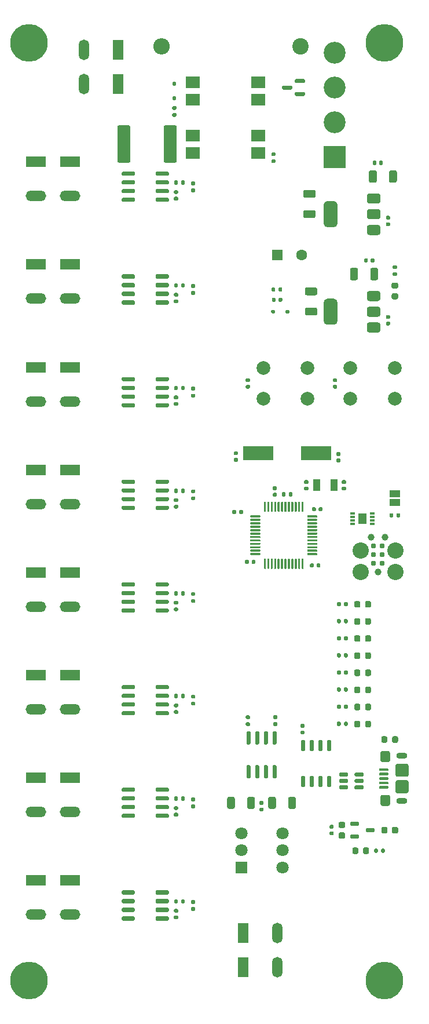
<source format=gts>
G04 #@! TF.GenerationSoftware,KiCad,Pcbnew,8.0.8+1*
G04 #@! TF.CreationDate,2025-02-28T15:38:13+00:00*
G04 #@! TF.ProjectId,belegt,62656c65-6774-42e6-9b69-6361645f7063,rev?*
G04 #@! TF.SameCoordinates,Original*
G04 #@! TF.FileFunction,Soldermask,Top*
G04 #@! TF.FilePolarity,Negative*
%FSLAX46Y46*%
G04 Gerber Fmt 4.6, Leading zero omitted, Abs format (unit mm)*
G04 Created by KiCad (PCBNEW 8.0.8+1) date 2025-02-28 15:38:13*
%MOMM*%
%LPD*%
G01*
G04 APERTURE LIST*
%ADD10R,3.000000X1.500000*%
%ADD11O,3.000000X1.500000*%
%ADD12C,2.000000*%
%ADD13C,5.500000*%
%ADD14C,2.374900*%
%ADD15C,0.990600*%
%ADD16C,0.787400*%
%ADD17R,1.000000X1.800000*%
%ADD18R,1.500000X3.000000*%
%ADD19O,1.500000X3.000000*%
%ADD20R,2.000000X1.780000*%
%ADD21R,1.600000X1.600000*%
%ADD22C,1.600000*%
%ADD23O,1.600000X0.900000*%
%ADD24R,4.500000X2.000000*%
%ADD25R,3.200000X3.200000*%
%ADD26C,3.200000*%
%ADD27C,2.400000*%
%ADD28O,2.400000X2.400000*%
%ADD29R,0.750000X0.300000*%
%ADD30R,1.300000X1.500000*%
%ADD31R,1.500000X1.000000*%
%ADD32R,1.800000X1.800000*%
%ADD33C,1.800000*%
G04 APERTURE END LIST*
G36*
G01*
X125390000Y-102282500D02*
X125390000Y-101942500D01*
G75*
G02*
X125530000Y-101802500I140000J0D01*
G01*
X125810000Y-101802500D01*
G75*
G02*
X125950000Y-101942500I0J-140000D01*
G01*
X125950000Y-102282500D01*
G75*
G02*
X125810000Y-102422500I-140000J0D01*
G01*
X125530000Y-102422500D01*
G75*
G02*
X125390000Y-102282500I0J140000D01*
G01*
G37*
G36*
G01*
X126350000Y-102282500D02*
X126350000Y-101942500D01*
G75*
G02*
X126490000Y-101802500I140000J0D01*
G01*
X126770000Y-101802500D01*
G75*
G02*
X126910000Y-101942500I0J-140000D01*
G01*
X126910000Y-102282500D01*
G75*
G02*
X126770000Y-102422500I-140000J0D01*
G01*
X126490000Y-102422500D01*
G75*
G02*
X126350000Y-102282500I0J140000D01*
G01*
G37*
G36*
G01*
X124170000Y-135010000D02*
X123830000Y-135010000D01*
G75*
G02*
X123690000Y-134870000I0J140000D01*
G01*
X123690000Y-134590000D01*
G75*
G02*
X123830000Y-134450000I140000J0D01*
G01*
X124170000Y-134450000D01*
G75*
G02*
X124310000Y-134590000I0J-140000D01*
G01*
X124310000Y-134870000D01*
G75*
G02*
X124170000Y-135010000I-140000J0D01*
G01*
G37*
G36*
G01*
X124170000Y-134050000D02*
X123830000Y-134050000D01*
G75*
G02*
X123690000Y-133910000I0J140000D01*
G01*
X123690000Y-133630000D01*
G75*
G02*
X123830000Y-133490000I140000J0D01*
G01*
X124170000Y-133490000D01*
G75*
G02*
X124310000Y-133630000I0J-140000D01*
G01*
X124310000Y-133910000D01*
G75*
G02*
X124170000Y-134050000I-140000J0D01*
G01*
G37*
G36*
G01*
X97550000Y-158245000D02*
X97550000Y-157945000D01*
G75*
G02*
X97700000Y-157795000I150000J0D01*
G01*
X99350000Y-157795000D01*
G75*
G02*
X99500000Y-157945000I0J-150000D01*
G01*
X99500000Y-158245000D01*
G75*
G02*
X99350000Y-158395000I-150000J0D01*
G01*
X97700000Y-158395000D01*
G75*
G02*
X97550000Y-158245000I0J150000D01*
G01*
G37*
G36*
G01*
X97550000Y-159515000D02*
X97550000Y-159215000D01*
G75*
G02*
X97700000Y-159065000I150000J0D01*
G01*
X99350000Y-159065000D01*
G75*
G02*
X99500000Y-159215000I0J-150000D01*
G01*
X99500000Y-159515000D01*
G75*
G02*
X99350000Y-159665000I-150000J0D01*
G01*
X97700000Y-159665000D01*
G75*
G02*
X97550000Y-159515000I0J150000D01*
G01*
G37*
G36*
G01*
X97550000Y-160785000D02*
X97550000Y-160485000D01*
G75*
G02*
X97700000Y-160335000I150000J0D01*
G01*
X99350000Y-160335000D01*
G75*
G02*
X99500000Y-160485000I0J-150000D01*
G01*
X99500000Y-160785000D01*
G75*
G02*
X99350000Y-160935000I-150000J0D01*
G01*
X97700000Y-160935000D01*
G75*
G02*
X97550000Y-160785000I0J150000D01*
G01*
G37*
G36*
G01*
X97550000Y-162055000D02*
X97550000Y-161755000D01*
G75*
G02*
X97700000Y-161605000I150000J0D01*
G01*
X99350000Y-161605000D01*
G75*
G02*
X99500000Y-161755000I0J-150000D01*
G01*
X99500000Y-162055000D01*
G75*
G02*
X99350000Y-162205000I-150000J0D01*
G01*
X97700000Y-162205000D01*
G75*
G02*
X97550000Y-162055000I0J150000D01*
G01*
G37*
G36*
G01*
X102500000Y-162055000D02*
X102500000Y-161755000D01*
G75*
G02*
X102650000Y-161605000I150000J0D01*
G01*
X104300000Y-161605000D01*
G75*
G02*
X104450000Y-161755000I0J-150000D01*
G01*
X104450000Y-162055000D01*
G75*
G02*
X104300000Y-162205000I-150000J0D01*
G01*
X102650000Y-162205000D01*
G75*
G02*
X102500000Y-162055000I0J150000D01*
G01*
G37*
G36*
G01*
X102500000Y-160785000D02*
X102500000Y-160485000D01*
G75*
G02*
X102650000Y-160335000I150000J0D01*
G01*
X104300000Y-160335000D01*
G75*
G02*
X104450000Y-160485000I0J-150000D01*
G01*
X104450000Y-160785000D01*
G75*
G02*
X104300000Y-160935000I-150000J0D01*
G01*
X102650000Y-160935000D01*
G75*
G02*
X102500000Y-160785000I0J150000D01*
G01*
G37*
G36*
G01*
X102500000Y-159515000D02*
X102500000Y-159215000D01*
G75*
G02*
X102650000Y-159065000I150000J0D01*
G01*
X104300000Y-159065000D01*
G75*
G02*
X104450000Y-159215000I0J-150000D01*
G01*
X104450000Y-159515000D01*
G75*
G02*
X104300000Y-159665000I-150000J0D01*
G01*
X102650000Y-159665000D01*
G75*
G02*
X102500000Y-159515000I0J150000D01*
G01*
G37*
G36*
G01*
X102500000Y-158245000D02*
X102500000Y-157945000D01*
G75*
G02*
X102650000Y-157795000I150000J0D01*
G01*
X104300000Y-157795000D01*
G75*
G02*
X104450000Y-157945000I0J-150000D01*
G01*
X104450000Y-158245000D01*
G75*
G02*
X104300000Y-158395000I-150000J0D01*
G01*
X102650000Y-158395000D01*
G75*
G02*
X102500000Y-158245000I0J150000D01*
G01*
G37*
D10*
X90000000Y-66350000D03*
X85000000Y-66350000D03*
D11*
X90000000Y-71350000D03*
X85000000Y-71350000D03*
D10*
X90000000Y-141350000D03*
X85000000Y-141350000D03*
D11*
X90000000Y-146350000D03*
X85000000Y-146350000D03*
G36*
G01*
X125090000Y-110482500D02*
X125090000Y-110142500D01*
G75*
G02*
X125230000Y-110002500I140000J0D01*
G01*
X125510000Y-110002500D01*
G75*
G02*
X125650000Y-110142500I0J-140000D01*
G01*
X125650000Y-110482500D01*
G75*
G02*
X125510000Y-110622500I-140000J0D01*
G01*
X125230000Y-110622500D01*
G75*
G02*
X125090000Y-110482500I0J140000D01*
G01*
G37*
G36*
G01*
X126050000Y-110482500D02*
X126050000Y-110142500D01*
G75*
G02*
X126190000Y-110002500I140000J0D01*
G01*
X126470000Y-110002500D01*
G75*
G02*
X126610000Y-110142500I0J-140000D01*
G01*
X126610000Y-110482500D01*
G75*
G02*
X126470000Y-110622500I-140000J0D01*
G01*
X126190000Y-110622500D01*
G75*
G02*
X126050000Y-110482500I0J140000D01*
G01*
G37*
D12*
X131000000Y-81500000D03*
X137500000Y-81500000D03*
X131000000Y-86000000D03*
X137500000Y-86000000D03*
G36*
G01*
X130605000Y-130770000D02*
X130605000Y-131140000D01*
G75*
G02*
X130470000Y-131275000I-135000J0D01*
G01*
X130200000Y-131275000D01*
G75*
G02*
X130065000Y-131140000I0J135000D01*
G01*
X130065000Y-130770000D01*
G75*
G02*
X130200000Y-130635000I135000J0D01*
G01*
X130470000Y-130635000D01*
G75*
G02*
X130605000Y-130770000I0J-135000D01*
G01*
G37*
G36*
G01*
X129585000Y-130770000D02*
X129585000Y-131140000D01*
G75*
G02*
X129450000Y-131275000I-135000J0D01*
G01*
X129180000Y-131275000D01*
G75*
G02*
X129045000Y-131140000I0J135000D01*
G01*
X129045000Y-130770000D01*
G75*
G02*
X129180000Y-130635000I135000J0D01*
G01*
X129450000Y-130635000D01*
G75*
G02*
X129585000Y-130770000I0J-135000D01*
G01*
G37*
X118250000Y-81500000D03*
X124750000Y-81500000D03*
X118250000Y-86000000D03*
X124750000Y-86000000D03*
G36*
G01*
X124245000Y-142700000D02*
X123945000Y-142700000D01*
G75*
G02*
X123795000Y-142550000I0J150000D01*
G01*
X123795000Y-141200000D01*
G75*
G02*
X123945000Y-141050000I150000J0D01*
G01*
X124245000Y-141050000D01*
G75*
G02*
X124395000Y-141200000I0J-150000D01*
G01*
X124395000Y-142550000D01*
G75*
G02*
X124245000Y-142700000I-150000J0D01*
G01*
G37*
G36*
G01*
X125515000Y-142700000D02*
X125215000Y-142700000D01*
G75*
G02*
X125065000Y-142550000I0J150000D01*
G01*
X125065000Y-141200000D01*
G75*
G02*
X125215000Y-141050000I150000J0D01*
G01*
X125515000Y-141050000D01*
G75*
G02*
X125665000Y-141200000I0J-150000D01*
G01*
X125665000Y-142550000D01*
G75*
G02*
X125515000Y-142700000I-150000J0D01*
G01*
G37*
G36*
G01*
X126785000Y-142700000D02*
X126485000Y-142700000D01*
G75*
G02*
X126335000Y-142550000I0J150000D01*
G01*
X126335000Y-141200000D01*
G75*
G02*
X126485000Y-141050000I150000J0D01*
G01*
X126785000Y-141050000D01*
G75*
G02*
X126935000Y-141200000I0J-150000D01*
G01*
X126935000Y-142550000D01*
G75*
G02*
X126785000Y-142700000I-150000J0D01*
G01*
G37*
G36*
G01*
X128055000Y-142700000D02*
X127755000Y-142700000D01*
G75*
G02*
X127605000Y-142550000I0J150000D01*
G01*
X127605000Y-141200000D01*
G75*
G02*
X127755000Y-141050000I150000J0D01*
G01*
X128055000Y-141050000D01*
G75*
G02*
X128205000Y-141200000I0J-150000D01*
G01*
X128205000Y-142550000D01*
G75*
G02*
X128055000Y-142700000I-150000J0D01*
G01*
G37*
G36*
G01*
X128055000Y-137450000D02*
X127755000Y-137450000D01*
G75*
G02*
X127605000Y-137300000I0J150000D01*
G01*
X127605000Y-135950000D01*
G75*
G02*
X127755000Y-135800000I150000J0D01*
G01*
X128055000Y-135800000D01*
G75*
G02*
X128205000Y-135950000I0J-150000D01*
G01*
X128205000Y-137300000D01*
G75*
G02*
X128055000Y-137450000I-150000J0D01*
G01*
G37*
G36*
G01*
X126785000Y-137450000D02*
X126485000Y-137450000D01*
G75*
G02*
X126335000Y-137300000I0J150000D01*
G01*
X126335000Y-135950000D01*
G75*
G02*
X126485000Y-135800000I150000J0D01*
G01*
X126785000Y-135800000D01*
G75*
G02*
X126935000Y-135950000I0J-150000D01*
G01*
X126935000Y-137300000D01*
G75*
G02*
X126785000Y-137450000I-150000J0D01*
G01*
G37*
G36*
G01*
X125515000Y-137450000D02*
X125215000Y-137450000D01*
G75*
G02*
X125065000Y-137300000I0J150000D01*
G01*
X125065000Y-135950000D01*
G75*
G02*
X125215000Y-135800000I150000J0D01*
G01*
X125515000Y-135800000D01*
G75*
G02*
X125665000Y-135950000I0J-150000D01*
G01*
X125665000Y-137300000D01*
G75*
G02*
X125515000Y-137450000I-150000J0D01*
G01*
G37*
G36*
G01*
X124245000Y-137450000D02*
X123945000Y-137450000D01*
G75*
G02*
X123795000Y-137300000I0J150000D01*
G01*
X123795000Y-135950000D01*
G75*
G02*
X123945000Y-135800000I150000J0D01*
G01*
X124245000Y-135800000D01*
G75*
G02*
X124395000Y-135950000I0J-150000D01*
G01*
X124395000Y-137300000D01*
G75*
G02*
X124245000Y-137450000I-150000J0D01*
G01*
G37*
G36*
G01*
X119400000Y-73362500D02*
X119400000Y-73137500D01*
G75*
G02*
X119512500Y-73025000I112500J0D01*
G01*
X119887500Y-73025000D01*
G75*
G02*
X120000000Y-73137500I0J-112500D01*
G01*
X120000000Y-73362500D01*
G75*
G02*
X119887500Y-73475000I-112500J0D01*
G01*
X119512500Y-73475000D01*
G75*
G02*
X119400000Y-73362500I0J112500D01*
G01*
G37*
G36*
G01*
X121500000Y-73362500D02*
X121500000Y-73137500D01*
G75*
G02*
X121612500Y-73025000I112500J0D01*
G01*
X121987500Y-73025000D01*
G75*
G02*
X122100000Y-73137500I0J-112500D01*
G01*
X122100000Y-73362500D01*
G75*
G02*
X121987500Y-73475000I-112500J0D01*
G01*
X121612500Y-73475000D01*
G75*
G02*
X121500000Y-73362500I0J112500D01*
G01*
G37*
D13*
X136000000Y-34000000D03*
G36*
G01*
X105220000Y-54585000D02*
X105220000Y-54215000D01*
G75*
G02*
X105355000Y-54080000I135000J0D01*
G01*
X105625000Y-54080000D01*
G75*
G02*
X105760000Y-54215000I0J-135000D01*
G01*
X105760000Y-54585000D01*
G75*
G02*
X105625000Y-54720000I-135000J0D01*
G01*
X105355000Y-54720000D01*
G75*
G02*
X105220000Y-54585000I0J135000D01*
G01*
G37*
G36*
G01*
X106240000Y-54585000D02*
X106240000Y-54215000D01*
G75*
G02*
X106375000Y-54080000I135000J0D01*
G01*
X106645000Y-54080000D01*
G75*
G02*
X106780000Y-54215000I0J-135000D01*
G01*
X106780000Y-54585000D01*
G75*
G02*
X106645000Y-54720000I-135000J0D01*
G01*
X106375000Y-54720000D01*
G75*
G02*
X106240000Y-54585000I0J135000D01*
G01*
G37*
D14*
X132460000Y-111290000D03*
D15*
X135000000Y-111290000D03*
D14*
X137540000Y-111290000D03*
X132460000Y-108115000D03*
X137540000Y-108115000D03*
D15*
X133984000Y-106210000D03*
X136016000Y-106210000D03*
D16*
X135635000Y-110020000D03*
X134365000Y-110020000D03*
X135635000Y-108750000D03*
X134365000Y-108750000D03*
X135635000Y-107480000D03*
X134365000Y-107480000D03*
G36*
G01*
X105220000Y-159585000D02*
X105220000Y-159215000D01*
G75*
G02*
X105355000Y-159080000I135000J0D01*
G01*
X105625000Y-159080000D01*
G75*
G02*
X105760000Y-159215000I0J-135000D01*
G01*
X105760000Y-159585000D01*
G75*
G02*
X105625000Y-159720000I-135000J0D01*
G01*
X105355000Y-159720000D01*
G75*
G02*
X105220000Y-159585000I0J135000D01*
G01*
G37*
G36*
G01*
X106240000Y-159585000D02*
X106240000Y-159215000D01*
G75*
G02*
X106375000Y-159080000I135000J0D01*
G01*
X106645000Y-159080000D01*
G75*
G02*
X106780000Y-159215000I0J-135000D01*
G01*
X106780000Y-159585000D01*
G75*
G02*
X106645000Y-159720000I-135000J0D01*
G01*
X106375000Y-159720000D01*
G75*
G02*
X106240000Y-159585000I0J135000D01*
G01*
G37*
G36*
G01*
X97550000Y-83245000D02*
X97550000Y-82945000D01*
G75*
G02*
X97700000Y-82795000I150000J0D01*
G01*
X99350000Y-82795000D01*
G75*
G02*
X99500000Y-82945000I0J-150000D01*
G01*
X99500000Y-83245000D01*
G75*
G02*
X99350000Y-83395000I-150000J0D01*
G01*
X97700000Y-83395000D01*
G75*
G02*
X97550000Y-83245000I0J150000D01*
G01*
G37*
G36*
G01*
X97550000Y-84515000D02*
X97550000Y-84215000D01*
G75*
G02*
X97700000Y-84065000I150000J0D01*
G01*
X99350000Y-84065000D01*
G75*
G02*
X99500000Y-84215000I0J-150000D01*
G01*
X99500000Y-84515000D01*
G75*
G02*
X99350000Y-84665000I-150000J0D01*
G01*
X97700000Y-84665000D01*
G75*
G02*
X97550000Y-84515000I0J150000D01*
G01*
G37*
G36*
G01*
X97550000Y-85785000D02*
X97550000Y-85485000D01*
G75*
G02*
X97700000Y-85335000I150000J0D01*
G01*
X99350000Y-85335000D01*
G75*
G02*
X99500000Y-85485000I0J-150000D01*
G01*
X99500000Y-85785000D01*
G75*
G02*
X99350000Y-85935000I-150000J0D01*
G01*
X97700000Y-85935000D01*
G75*
G02*
X97550000Y-85785000I0J150000D01*
G01*
G37*
G36*
G01*
X97550000Y-87055000D02*
X97550000Y-86755000D01*
G75*
G02*
X97700000Y-86605000I150000J0D01*
G01*
X99350000Y-86605000D01*
G75*
G02*
X99500000Y-86755000I0J-150000D01*
G01*
X99500000Y-87055000D01*
G75*
G02*
X99350000Y-87205000I-150000J0D01*
G01*
X97700000Y-87205000D01*
G75*
G02*
X97550000Y-87055000I0J150000D01*
G01*
G37*
G36*
G01*
X102500000Y-87055000D02*
X102500000Y-86755000D01*
G75*
G02*
X102650000Y-86605000I150000J0D01*
G01*
X104300000Y-86605000D01*
G75*
G02*
X104450000Y-86755000I0J-150000D01*
G01*
X104450000Y-87055000D01*
G75*
G02*
X104300000Y-87205000I-150000J0D01*
G01*
X102650000Y-87205000D01*
G75*
G02*
X102500000Y-87055000I0J150000D01*
G01*
G37*
G36*
G01*
X102500000Y-85785000D02*
X102500000Y-85485000D01*
G75*
G02*
X102650000Y-85335000I150000J0D01*
G01*
X104300000Y-85335000D01*
G75*
G02*
X104450000Y-85485000I0J-150000D01*
G01*
X104450000Y-85785000D01*
G75*
G02*
X104300000Y-85935000I-150000J0D01*
G01*
X102650000Y-85935000D01*
G75*
G02*
X102500000Y-85785000I0J150000D01*
G01*
G37*
G36*
G01*
X102500000Y-84515000D02*
X102500000Y-84215000D01*
G75*
G02*
X102650000Y-84065000I150000J0D01*
G01*
X104300000Y-84065000D01*
G75*
G02*
X104450000Y-84215000I0J-150000D01*
G01*
X104450000Y-84515000D01*
G75*
G02*
X104300000Y-84665000I-150000J0D01*
G01*
X102650000Y-84665000D01*
G75*
G02*
X102500000Y-84515000I0J150000D01*
G01*
G37*
G36*
G01*
X102500000Y-83245000D02*
X102500000Y-82945000D01*
G75*
G02*
X102650000Y-82795000I150000J0D01*
G01*
X104300000Y-82795000D01*
G75*
G02*
X104450000Y-82945000I0J-150000D01*
G01*
X104450000Y-83245000D01*
G75*
G02*
X104300000Y-83395000I-150000J0D01*
G01*
X102650000Y-83395000D01*
G75*
G02*
X102500000Y-83245000I0J150000D01*
G01*
G37*
D10*
X90000000Y-156350000D03*
X85000000Y-156350000D03*
D11*
X90000000Y-161350000D03*
X85000000Y-161350000D03*
G36*
G01*
X137243750Y-68987500D02*
X137756250Y-68987500D01*
G75*
G02*
X137975000Y-69206250I0J-218750D01*
G01*
X137975000Y-69643750D01*
G75*
G02*
X137756250Y-69862500I-218750J0D01*
G01*
X137243750Y-69862500D01*
G75*
G02*
X137025000Y-69643750I0J218750D01*
G01*
X137025000Y-69206250D01*
G75*
G02*
X137243750Y-68987500I218750J0D01*
G01*
G37*
G36*
G01*
X137243750Y-70562500D02*
X137756250Y-70562500D01*
G75*
G02*
X137975000Y-70781250I0J-218750D01*
G01*
X137975000Y-71218750D01*
G75*
G02*
X137756250Y-71437500I-218750J0D01*
G01*
X137243750Y-71437500D01*
G75*
G02*
X137025000Y-71218750I0J218750D01*
G01*
X137025000Y-70781250D01*
G75*
G02*
X137243750Y-70562500I218750J0D01*
G01*
G37*
D17*
X126100000Y-98612500D03*
X128600000Y-98612500D03*
G36*
G01*
X105330000Y-130490000D02*
X105670000Y-130490000D01*
G75*
G02*
X105810000Y-130630000I0J-140000D01*
G01*
X105810000Y-130910000D01*
G75*
G02*
X105670000Y-131050000I-140000J0D01*
G01*
X105330000Y-131050000D01*
G75*
G02*
X105190000Y-130910000I0J140000D01*
G01*
X105190000Y-130630000D01*
G75*
G02*
X105330000Y-130490000I140000J0D01*
G01*
G37*
G36*
G01*
X105330000Y-131450000D02*
X105670000Y-131450000D01*
G75*
G02*
X105810000Y-131590000I0J-140000D01*
G01*
X105810000Y-131870000D01*
G75*
G02*
X105670000Y-132010000I-140000J0D01*
G01*
X105330000Y-132010000D01*
G75*
G02*
X105190000Y-131870000I0J140000D01*
G01*
X105190000Y-131590000D01*
G75*
G02*
X105330000Y-131450000I140000J0D01*
G01*
G37*
G36*
G01*
X130605000Y-133270000D02*
X130605000Y-133640000D01*
G75*
G02*
X130470000Y-133775000I-135000J0D01*
G01*
X130200000Y-133775000D01*
G75*
G02*
X130065000Y-133640000I0J135000D01*
G01*
X130065000Y-133270000D01*
G75*
G02*
X130200000Y-133135000I135000J0D01*
G01*
X130470000Y-133135000D01*
G75*
G02*
X130605000Y-133270000I0J-135000D01*
G01*
G37*
G36*
G01*
X129585000Y-133270000D02*
X129585000Y-133640000D01*
G75*
G02*
X129450000Y-133775000I-135000J0D01*
G01*
X129180000Y-133775000D01*
G75*
G02*
X129045000Y-133640000I0J135000D01*
G01*
X129045000Y-133270000D01*
G75*
G02*
X129180000Y-133135000I135000J0D01*
G01*
X129450000Y-133135000D01*
G75*
G02*
X129585000Y-133270000I0J-135000D01*
G01*
G37*
G36*
G01*
X131562500Y-131256250D02*
X131562500Y-130743750D01*
G75*
G02*
X131781250Y-130525000I218750J0D01*
G01*
X132218750Y-130525000D01*
G75*
G02*
X132437500Y-130743750I0J-218750D01*
G01*
X132437500Y-131256250D01*
G75*
G02*
X132218750Y-131475000I-218750J0D01*
G01*
X131781250Y-131475000D01*
G75*
G02*
X131562500Y-131256250I0J218750D01*
G01*
G37*
G36*
G01*
X133137500Y-131256250D02*
X133137500Y-130743750D01*
G75*
G02*
X133356250Y-130525000I218750J0D01*
G01*
X133793750Y-130525000D01*
G75*
G02*
X134012500Y-130743750I0J-218750D01*
G01*
X134012500Y-131256250D01*
G75*
G02*
X133793750Y-131475000I-218750J0D01*
G01*
X133356250Y-131475000D01*
G75*
G02*
X133137500Y-131256250I0J218750D01*
G01*
G37*
G36*
G01*
X125650000Y-59550000D02*
X124350000Y-59550000D01*
G75*
G02*
X124100000Y-59300000I0J250000D01*
G01*
X124100000Y-58650000D01*
G75*
G02*
X124350000Y-58400000I250000J0D01*
G01*
X125650000Y-58400000D01*
G75*
G02*
X125900000Y-58650000I0J-250000D01*
G01*
X125900000Y-59300000D01*
G75*
G02*
X125650000Y-59550000I-250000J0D01*
G01*
G37*
G36*
G01*
X125650000Y-56600000D02*
X124350000Y-56600000D01*
G75*
G02*
X124100000Y-56350000I0J250000D01*
G01*
X124100000Y-55700000D01*
G75*
G02*
X124350000Y-55450000I250000J0D01*
G01*
X125650000Y-55450000D01*
G75*
G02*
X125900000Y-55700000I0J-250000D01*
G01*
X125900000Y-56350000D01*
G75*
G02*
X125650000Y-56600000I-250000J0D01*
G01*
G37*
G36*
G01*
X130605000Y-115770000D02*
X130605000Y-116140000D01*
G75*
G02*
X130470000Y-116275000I-135000J0D01*
G01*
X130200000Y-116275000D01*
G75*
G02*
X130065000Y-116140000I0J135000D01*
G01*
X130065000Y-115770000D01*
G75*
G02*
X130200000Y-115635000I135000J0D01*
G01*
X130470000Y-115635000D01*
G75*
G02*
X130605000Y-115770000I0J-135000D01*
G01*
G37*
G36*
G01*
X129585000Y-115770000D02*
X129585000Y-116140000D01*
G75*
G02*
X129450000Y-116275000I-135000J0D01*
G01*
X129180000Y-116275000D01*
G75*
G02*
X129045000Y-116140000I0J135000D01*
G01*
X129045000Y-115770000D01*
G75*
G02*
X129180000Y-115635000I135000J0D01*
G01*
X129450000Y-115635000D01*
G75*
G02*
X129585000Y-115770000I0J-135000D01*
G01*
G37*
G36*
G01*
X105330000Y-70490000D02*
X105670000Y-70490000D01*
G75*
G02*
X105810000Y-70630000I0J-140000D01*
G01*
X105810000Y-70910000D01*
G75*
G02*
X105670000Y-71050000I-140000J0D01*
G01*
X105330000Y-71050000D01*
G75*
G02*
X105190000Y-70910000I0J140000D01*
G01*
X105190000Y-70630000D01*
G75*
G02*
X105330000Y-70490000I140000J0D01*
G01*
G37*
G36*
G01*
X105330000Y-71450000D02*
X105670000Y-71450000D01*
G75*
G02*
X105810000Y-71590000I0J-140000D01*
G01*
X105810000Y-71870000D01*
G75*
G02*
X105670000Y-72010000I-140000J0D01*
G01*
X105330000Y-72010000D01*
G75*
G02*
X105190000Y-71870000I0J140000D01*
G01*
X105190000Y-71590000D01*
G75*
G02*
X105330000Y-71450000I140000J0D01*
G01*
G37*
G36*
G01*
X128420000Y-149740000D02*
X128080000Y-149740000D01*
G75*
G02*
X127940000Y-149600000I0J140000D01*
G01*
X127940000Y-149320000D01*
G75*
G02*
X128080000Y-149180000I140000J0D01*
G01*
X128420000Y-149180000D01*
G75*
G02*
X128560000Y-149320000I0J-140000D01*
G01*
X128560000Y-149600000D01*
G75*
G02*
X128420000Y-149740000I-140000J0D01*
G01*
G37*
G36*
G01*
X128420000Y-148780000D02*
X128080000Y-148780000D01*
G75*
G02*
X127940000Y-148640000I0J140000D01*
G01*
X127940000Y-148360000D01*
G75*
G02*
X128080000Y-148220000I140000J0D01*
G01*
X128420000Y-148220000D01*
G75*
G02*
X128560000Y-148360000I0J-140000D01*
G01*
X128560000Y-148640000D01*
G75*
G02*
X128420000Y-148780000I-140000J0D01*
G01*
G37*
G36*
G01*
X105330000Y-85490000D02*
X105670000Y-85490000D01*
G75*
G02*
X105810000Y-85630000I0J-140000D01*
G01*
X105810000Y-85910000D01*
G75*
G02*
X105670000Y-86050000I-140000J0D01*
G01*
X105330000Y-86050000D01*
G75*
G02*
X105190000Y-85910000I0J140000D01*
G01*
X105190000Y-85630000D01*
G75*
G02*
X105330000Y-85490000I140000J0D01*
G01*
G37*
G36*
G01*
X105330000Y-86450000D02*
X105670000Y-86450000D01*
G75*
G02*
X105810000Y-86590000I0J-140000D01*
G01*
X105810000Y-86870000D01*
G75*
G02*
X105670000Y-87010000I-140000J0D01*
G01*
X105330000Y-87010000D01*
G75*
G02*
X105190000Y-86870000I0J140000D01*
G01*
X105190000Y-86590000D01*
G75*
G02*
X105330000Y-86450000I140000J0D01*
G01*
G37*
G36*
G01*
X134240000Y-51670000D02*
X134240000Y-51330000D01*
G75*
G02*
X134380000Y-51190000I140000J0D01*
G01*
X134660000Y-51190000D01*
G75*
G02*
X134800000Y-51330000I0J-140000D01*
G01*
X134800000Y-51670000D01*
G75*
G02*
X134660000Y-51810000I-140000J0D01*
G01*
X134380000Y-51810000D01*
G75*
G02*
X134240000Y-51670000I0J140000D01*
G01*
G37*
G36*
G01*
X135200000Y-51670000D02*
X135200000Y-51330000D01*
G75*
G02*
X135340000Y-51190000I140000J0D01*
G01*
X135620000Y-51190000D01*
G75*
G02*
X135760000Y-51330000I0J-140000D01*
G01*
X135760000Y-51670000D01*
G75*
G02*
X135620000Y-51810000I-140000J0D01*
G01*
X135340000Y-51810000D01*
G75*
G02*
X135200000Y-51670000I0J140000D01*
G01*
G37*
G36*
G01*
X105137500Y-39650000D02*
X105362500Y-39650000D01*
G75*
G02*
X105475000Y-39762500I0J-112500D01*
G01*
X105475000Y-40137500D01*
G75*
G02*
X105362500Y-40250000I-112500J0D01*
G01*
X105137500Y-40250000D01*
G75*
G02*
X105025000Y-40137500I0J112500D01*
G01*
X105025000Y-39762500D01*
G75*
G02*
X105137500Y-39650000I112500J0D01*
G01*
G37*
G36*
G01*
X105137500Y-41750000D02*
X105362500Y-41750000D01*
G75*
G02*
X105475000Y-41862500I0J-112500D01*
G01*
X105475000Y-42237500D01*
G75*
G02*
X105362500Y-42350000I-112500J0D01*
G01*
X105137500Y-42350000D01*
G75*
G02*
X105025000Y-42237500I0J112500D01*
G01*
X105025000Y-41862500D01*
G75*
G02*
X105137500Y-41750000I112500J0D01*
G01*
G37*
G36*
G01*
X96900000Y-51225000D02*
X96900000Y-46275000D01*
G75*
G02*
X97150000Y-46025000I250000J0D01*
G01*
X98575000Y-46025000D01*
G75*
G02*
X98825000Y-46275000I0J-250000D01*
G01*
X98825000Y-51225000D01*
G75*
G02*
X98575000Y-51475000I-250000J0D01*
G01*
X97150000Y-51475000D01*
G75*
G02*
X96900000Y-51225000I0J250000D01*
G01*
G37*
G36*
G01*
X103675000Y-51225000D02*
X103675000Y-46275000D01*
G75*
G02*
X103925000Y-46025000I250000J0D01*
G01*
X105350000Y-46025000D01*
G75*
G02*
X105600000Y-46275000I0J-250000D01*
G01*
X105600000Y-51225000D01*
G75*
G02*
X105350000Y-51475000I-250000J0D01*
G01*
X103925000Y-51475000D01*
G75*
G02*
X103675000Y-51225000I0J250000D01*
G01*
G37*
G36*
G01*
X124362500Y-41300000D02*
X124362500Y-41600000D01*
G75*
G02*
X124212500Y-41750000I-150000J0D01*
G01*
X123037500Y-41750000D01*
G75*
G02*
X122887500Y-41600000I0J150000D01*
G01*
X122887500Y-41300000D01*
G75*
G02*
X123037500Y-41150000I150000J0D01*
G01*
X124212500Y-41150000D01*
G75*
G02*
X124362500Y-41300000I0J-150000D01*
G01*
G37*
G36*
G01*
X124362500Y-39400000D02*
X124362500Y-39700000D01*
G75*
G02*
X124212500Y-39850000I-150000J0D01*
G01*
X123037500Y-39850000D01*
G75*
G02*
X122887500Y-39700000I0J150000D01*
G01*
X122887500Y-39400000D01*
G75*
G02*
X123037500Y-39250000I150000J0D01*
G01*
X124212500Y-39250000D01*
G75*
G02*
X124362500Y-39400000I0J-150000D01*
G01*
G37*
G36*
G01*
X122487500Y-40350000D02*
X122487500Y-40650000D01*
G75*
G02*
X122337500Y-40800000I-150000J0D01*
G01*
X121162500Y-40800000D01*
G75*
G02*
X121012500Y-40650000I0J150000D01*
G01*
X121012500Y-40350000D01*
G75*
G02*
X121162500Y-40200000I150000J0D01*
G01*
X122337500Y-40200000D01*
G75*
G02*
X122487500Y-40350000I0J-150000D01*
G01*
G37*
G36*
G01*
X135050000Y-67100000D02*
X135050000Y-68400000D01*
G75*
G02*
X134800000Y-68650000I-250000J0D01*
G01*
X134150000Y-68650000D01*
G75*
G02*
X133900000Y-68400000I0J250000D01*
G01*
X133900000Y-67100000D01*
G75*
G02*
X134150000Y-66850000I250000J0D01*
G01*
X134800000Y-66850000D01*
G75*
G02*
X135050000Y-67100000I0J-250000D01*
G01*
G37*
G36*
G01*
X132100000Y-67100000D02*
X132100000Y-68400000D01*
G75*
G02*
X131850000Y-68650000I-250000J0D01*
G01*
X131200000Y-68650000D01*
G75*
G02*
X130950000Y-68400000I0J250000D01*
G01*
X130950000Y-67100000D01*
G75*
G02*
X131200000Y-66850000I250000J0D01*
G01*
X131850000Y-66850000D01*
G75*
G02*
X132100000Y-67100000I0J-250000D01*
G01*
G37*
D18*
X115350000Y-164000000D03*
X115350000Y-169000000D03*
D19*
X120350000Y-164000000D03*
X120350000Y-169000000D03*
G36*
G01*
X131562500Y-121256250D02*
X131562500Y-120743750D01*
G75*
G02*
X131781250Y-120525000I218750J0D01*
G01*
X132218750Y-120525000D01*
G75*
G02*
X132437500Y-120743750I0J-218750D01*
G01*
X132437500Y-121256250D01*
G75*
G02*
X132218750Y-121475000I-218750J0D01*
G01*
X131781250Y-121475000D01*
G75*
G02*
X131562500Y-121256250I0J218750D01*
G01*
G37*
G36*
G01*
X133137500Y-121256250D02*
X133137500Y-120743750D01*
G75*
G02*
X133356250Y-120525000I218750J0D01*
G01*
X133793750Y-120525000D01*
G75*
G02*
X134012500Y-120743750I0J-218750D01*
G01*
X134012500Y-121256250D01*
G75*
G02*
X133793750Y-121475000I-218750J0D01*
G01*
X133356250Y-121475000D01*
G75*
G02*
X133137500Y-121256250I0J218750D01*
G01*
G37*
D20*
X107985000Y-39730000D03*
X107985000Y-42270000D03*
X117515000Y-42270000D03*
X117515000Y-39730000D03*
G36*
G01*
X105220000Y-69585000D02*
X105220000Y-69215000D01*
G75*
G02*
X105355000Y-69080000I135000J0D01*
G01*
X105625000Y-69080000D01*
G75*
G02*
X105760000Y-69215000I0J-135000D01*
G01*
X105760000Y-69585000D01*
G75*
G02*
X105625000Y-69720000I-135000J0D01*
G01*
X105355000Y-69720000D01*
G75*
G02*
X105220000Y-69585000I0J135000D01*
G01*
G37*
G36*
G01*
X106240000Y-69585000D02*
X106240000Y-69215000D01*
G75*
G02*
X106375000Y-69080000I135000J0D01*
G01*
X106645000Y-69080000D01*
G75*
G02*
X106780000Y-69215000I0J-135000D01*
G01*
X106780000Y-69585000D01*
G75*
G02*
X106645000Y-69720000I-135000J0D01*
G01*
X106375000Y-69720000D01*
G75*
G02*
X106240000Y-69585000I0J135000D01*
G01*
G37*
G36*
G01*
X97550000Y-68245000D02*
X97550000Y-67945000D01*
G75*
G02*
X97700000Y-67795000I150000J0D01*
G01*
X99350000Y-67795000D01*
G75*
G02*
X99500000Y-67945000I0J-150000D01*
G01*
X99500000Y-68245000D01*
G75*
G02*
X99350000Y-68395000I-150000J0D01*
G01*
X97700000Y-68395000D01*
G75*
G02*
X97550000Y-68245000I0J150000D01*
G01*
G37*
G36*
G01*
X97550000Y-69515000D02*
X97550000Y-69215000D01*
G75*
G02*
X97700000Y-69065000I150000J0D01*
G01*
X99350000Y-69065000D01*
G75*
G02*
X99500000Y-69215000I0J-150000D01*
G01*
X99500000Y-69515000D01*
G75*
G02*
X99350000Y-69665000I-150000J0D01*
G01*
X97700000Y-69665000D01*
G75*
G02*
X97550000Y-69515000I0J150000D01*
G01*
G37*
G36*
G01*
X97550000Y-70785000D02*
X97550000Y-70485000D01*
G75*
G02*
X97700000Y-70335000I150000J0D01*
G01*
X99350000Y-70335000D01*
G75*
G02*
X99500000Y-70485000I0J-150000D01*
G01*
X99500000Y-70785000D01*
G75*
G02*
X99350000Y-70935000I-150000J0D01*
G01*
X97700000Y-70935000D01*
G75*
G02*
X97550000Y-70785000I0J150000D01*
G01*
G37*
G36*
G01*
X97550000Y-72055000D02*
X97550000Y-71755000D01*
G75*
G02*
X97700000Y-71605000I150000J0D01*
G01*
X99350000Y-71605000D01*
G75*
G02*
X99500000Y-71755000I0J-150000D01*
G01*
X99500000Y-72055000D01*
G75*
G02*
X99350000Y-72205000I-150000J0D01*
G01*
X97700000Y-72205000D01*
G75*
G02*
X97550000Y-72055000I0J150000D01*
G01*
G37*
G36*
G01*
X102500000Y-72055000D02*
X102500000Y-71755000D01*
G75*
G02*
X102650000Y-71605000I150000J0D01*
G01*
X104300000Y-71605000D01*
G75*
G02*
X104450000Y-71755000I0J-150000D01*
G01*
X104450000Y-72055000D01*
G75*
G02*
X104300000Y-72205000I-150000J0D01*
G01*
X102650000Y-72205000D01*
G75*
G02*
X102500000Y-72055000I0J150000D01*
G01*
G37*
G36*
G01*
X102500000Y-70785000D02*
X102500000Y-70485000D01*
G75*
G02*
X102650000Y-70335000I150000J0D01*
G01*
X104300000Y-70335000D01*
G75*
G02*
X104450000Y-70485000I0J-150000D01*
G01*
X104450000Y-70785000D01*
G75*
G02*
X104300000Y-70935000I-150000J0D01*
G01*
X102650000Y-70935000D01*
G75*
G02*
X102500000Y-70785000I0J150000D01*
G01*
G37*
G36*
G01*
X102500000Y-69515000D02*
X102500000Y-69215000D01*
G75*
G02*
X102650000Y-69065000I150000J0D01*
G01*
X104300000Y-69065000D01*
G75*
G02*
X104450000Y-69215000I0J-150000D01*
G01*
X104450000Y-69515000D01*
G75*
G02*
X104300000Y-69665000I-150000J0D01*
G01*
X102650000Y-69665000D01*
G75*
G02*
X102500000Y-69515000I0J150000D01*
G01*
G37*
G36*
G01*
X102500000Y-68245000D02*
X102500000Y-67945000D01*
G75*
G02*
X102650000Y-67795000I150000J0D01*
G01*
X104300000Y-67795000D01*
G75*
G02*
X104450000Y-67945000I0J-150000D01*
G01*
X104450000Y-68245000D01*
G75*
G02*
X104300000Y-68395000I-150000J0D01*
G01*
X102650000Y-68395000D01*
G75*
G02*
X102500000Y-68245000I0J150000D01*
G01*
G37*
G36*
G01*
X130605000Y-123270000D02*
X130605000Y-123640000D01*
G75*
G02*
X130470000Y-123775000I-135000J0D01*
G01*
X130200000Y-123775000D01*
G75*
G02*
X130065000Y-123640000I0J135000D01*
G01*
X130065000Y-123270000D01*
G75*
G02*
X130200000Y-123135000I135000J0D01*
G01*
X130470000Y-123135000D01*
G75*
G02*
X130605000Y-123270000I0J-135000D01*
G01*
G37*
G36*
G01*
X129585000Y-123270000D02*
X129585000Y-123640000D01*
G75*
G02*
X129450000Y-123775000I-135000J0D01*
G01*
X129180000Y-123775000D01*
G75*
G02*
X129045000Y-123640000I0J135000D01*
G01*
X129045000Y-123270000D01*
G75*
G02*
X129180000Y-123135000I135000J0D01*
G01*
X129450000Y-123135000D01*
G75*
G02*
X129585000Y-123270000I0J-135000D01*
G01*
G37*
G36*
G01*
X105330000Y-160490000D02*
X105670000Y-160490000D01*
G75*
G02*
X105810000Y-160630000I0J-140000D01*
G01*
X105810000Y-160910000D01*
G75*
G02*
X105670000Y-161050000I-140000J0D01*
G01*
X105330000Y-161050000D01*
G75*
G02*
X105190000Y-160910000I0J140000D01*
G01*
X105190000Y-160630000D01*
G75*
G02*
X105330000Y-160490000I140000J0D01*
G01*
G37*
G36*
G01*
X105330000Y-161450000D02*
X105670000Y-161450000D01*
G75*
G02*
X105810000Y-161590000I0J-140000D01*
G01*
X105810000Y-161870000D01*
G75*
G02*
X105670000Y-162010000I-140000J0D01*
G01*
X105330000Y-162010000D01*
G75*
G02*
X105190000Y-161870000I0J140000D01*
G01*
X105190000Y-161590000D01*
G75*
G02*
X105330000Y-161450000I140000J0D01*
G01*
G37*
G36*
G01*
X105220000Y-84585000D02*
X105220000Y-84215000D01*
G75*
G02*
X105355000Y-84080000I135000J0D01*
G01*
X105625000Y-84080000D01*
G75*
G02*
X105760000Y-84215000I0J-135000D01*
G01*
X105760000Y-84585000D01*
G75*
G02*
X105625000Y-84720000I-135000J0D01*
G01*
X105355000Y-84720000D01*
G75*
G02*
X105220000Y-84585000I0J135000D01*
G01*
G37*
G36*
G01*
X106240000Y-84585000D02*
X106240000Y-84215000D01*
G75*
G02*
X106375000Y-84080000I135000J0D01*
G01*
X106645000Y-84080000D01*
G75*
G02*
X106780000Y-84215000I0J-135000D01*
G01*
X106780000Y-84585000D01*
G75*
G02*
X106645000Y-84720000I-135000J0D01*
G01*
X106375000Y-84720000D01*
G75*
G02*
X106240000Y-84585000I0J135000D01*
G01*
G37*
G36*
G01*
X130950000Y-148200000D02*
X130950000Y-147900000D01*
G75*
G02*
X131100000Y-147750000I150000J0D01*
G01*
X132125000Y-147750000D01*
G75*
G02*
X132275000Y-147900000I0J-150000D01*
G01*
X132275000Y-148200000D01*
G75*
G02*
X132125000Y-148350000I-150000J0D01*
G01*
X131100000Y-148350000D01*
G75*
G02*
X130950000Y-148200000I0J150000D01*
G01*
G37*
G36*
G01*
X130950000Y-150100000D02*
X130950000Y-149800000D01*
G75*
G02*
X131100000Y-149650000I150000J0D01*
G01*
X132125000Y-149650000D01*
G75*
G02*
X132275000Y-149800000I0J-150000D01*
G01*
X132275000Y-150100000D01*
G75*
G02*
X132125000Y-150250000I-150000J0D01*
G01*
X131100000Y-150250000D01*
G75*
G02*
X130950000Y-150100000I0J150000D01*
G01*
G37*
G36*
G01*
X133225000Y-149150000D02*
X133225000Y-148850000D01*
G75*
G02*
X133375000Y-148700000I150000J0D01*
G01*
X134400000Y-148700000D01*
G75*
G02*
X134550000Y-148850000I0J-150000D01*
G01*
X134550000Y-149150000D01*
G75*
G02*
X134400000Y-149300000I-150000J0D01*
G01*
X133375000Y-149300000D01*
G75*
G02*
X133225000Y-149150000I0J150000D01*
G01*
G37*
G36*
G01*
X136030000Y-151815000D02*
X136030000Y-152185000D01*
G75*
G02*
X135895000Y-152320000I-135000J0D01*
G01*
X135625000Y-152320000D01*
G75*
G02*
X135490000Y-152185000I0J135000D01*
G01*
X135490000Y-151815000D01*
G75*
G02*
X135625000Y-151680000I135000J0D01*
G01*
X135895000Y-151680000D01*
G75*
G02*
X136030000Y-151815000I0J-135000D01*
G01*
G37*
G36*
G01*
X135010000Y-151815000D02*
X135010000Y-152185000D01*
G75*
G02*
X134875000Y-152320000I-135000J0D01*
G01*
X134605000Y-152320000D01*
G75*
G02*
X134470000Y-152185000I0J135000D01*
G01*
X134470000Y-151815000D01*
G75*
G02*
X134605000Y-151680000I135000J0D01*
G01*
X134875000Y-151680000D01*
G75*
G02*
X135010000Y-151815000I0J-135000D01*
G01*
G37*
G36*
G01*
X97550000Y-113245000D02*
X97550000Y-112945000D01*
G75*
G02*
X97700000Y-112795000I150000J0D01*
G01*
X99350000Y-112795000D01*
G75*
G02*
X99500000Y-112945000I0J-150000D01*
G01*
X99500000Y-113245000D01*
G75*
G02*
X99350000Y-113395000I-150000J0D01*
G01*
X97700000Y-113395000D01*
G75*
G02*
X97550000Y-113245000I0J150000D01*
G01*
G37*
G36*
G01*
X97550000Y-114515000D02*
X97550000Y-114215000D01*
G75*
G02*
X97700000Y-114065000I150000J0D01*
G01*
X99350000Y-114065000D01*
G75*
G02*
X99500000Y-114215000I0J-150000D01*
G01*
X99500000Y-114515000D01*
G75*
G02*
X99350000Y-114665000I-150000J0D01*
G01*
X97700000Y-114665000D01*
G75*
G02*
X97550000Y-114515000I0J150000D01*
G01*
G37*
G36*
G01*
X97550000Y-115785000D02*
X97550000Y-115485000D01*
G75*
G02*
X97700000Y-115335000I150000J0D01*
G01*
X99350000Y-115335000D01*
G75*
G02*
X99500000Y-115485000I0J-150000D01*
G01*
X99500000Y-115785000D01*
G75*
G02*
X99350000Y-115935000I-150000J0D01*
G01*
X97700000Y-115935000D01*
G75*
G02*
X97550000Y-115785000I0J150000D01*
G01*
G37*
G36*
G01*
X97550000Y-117055000D02*
X97550000Y-116755000D01*
G75*
G02*
X97700000Y-116605000I150000J0D01*
G01*
X99350000Y-116605000D01*
G75*
G02*
X99500000Y-116755000I0J-150000D01*
G01*
X99500000Y-117055000D01*
G75*
G02*
X99350000Y-117205000I-150000J0D01*
G01*
X97700000Y-117205000D01*
G75*
G02*
X97550000Y-117055000I0J150000D01*
G01*
G37*
G36*
G01*
X102500000Y-117055000D02*
X102500000Y-116755000D01*
G75*
G02*
X102650000Y-116605000I150000J0D01*
G01*
X104300000Y-116605000D01*
G75*
G02*
X104450000Y-116755000I0J-150000D01*
G01*
X104450000Y-117055000D01*
G75*
G02*
X104300000Y-117205000I-150000J0D01*
G01*
X102650000Y-117205000D01*
G75*
G02*
X102500000Y-117055000I0J150000D01*
G01*
G37*
G36*
G01*
X102500000Y-115785000D02*
X102500000Y-115485000D01*
G75*
G02*
X102650000Y-115335000I150000J0D01*
G01*
X104300000Y-115335000D01*
G75*
G02*
X104450000Y-115485000I0J-150000D01*
G01*
X104450000Y-115785000D01*
G75*
G02*
X104300000Y-115935000I-150000J0D01*
G01*
X102650000Y-115935000D01*
G75*
G02*
X102500000Y-115785000I0J150000D01*
G01*
G37*
G36*
G01*
X102500000Y-114515000D02*
X102500000Y-114215000D01*
G75*
G02*
X102650000Y-114065000I150000J0D01*
G01*
X104300000Y-114065000D01*
G75*
G02*
X104450000Y-114215000I0J-150000D01*
G01*
X104450000Y-114515000D01*
G75*
G02*
X104300000Y-114665000I-150000J0D01*
G01*
X102650000Y-114665000D01*
G75*
G02*
X102500000Y-114515000I0J150000D01*
G01*
G37*
G36*
G01*
X102500000Y-113245000D02*
X102500000Y-112945000D01*
G75*
G02*
X102650000Y-112795000I150000J0D01*
G01*
X104300000Y-112795000D01*
G75*
G02*
X104450000Y-112945000I0J-150000D01*
G01*
X104450000Y-113245000D01*
G75*
G02*
X104300000Y-113395000I-150000J0D01*
G01*
X102650000Y-113395000D01*
G75*
G02*
X102500000Y-113245000I0J150000D01*
G01*
G37*
G36*
G01*
X119755000Y-134550000D02*
X120055000Y-134550000D01*
G75*
G02*
X120205000Y-134700000I0J-150000D01*
G01*
X120205000Y-136350000D01*
G75*
G02*
X120055000Y-136500000I-150000J0D01*
G01*
X119755000Y-136500000D01*
G75*
G02*
X119605000Y-136350000I0J150000D01*
G01*
X119605000Y-134700000D01*
G75*
G02*
X119755000Y-134550000I150000J0D01*
G01*
G37*
G36*
G01*
X118485000Y-134550000D02*
X118785000Y-134550000D01*
G75*
G02*
X118935000Y-134700000I0J-150000D01*
G01*
X118935000Y-136350000D01*
G75*
G02*
X118785000Y-136500000I-150000J0D01*
G01*
X118485000Y-136500000D01*
G75*
G02*
X118335000Y-136350000I0J150000D01*
G01*
X118335000Y-134700000D01*
G75*
G02*
X118485000Y-134550000I150000J0D01*
G01*
G37*
G36*
G01*
X117215000Y-134550000D02*
X117515000Y-134550000D01*
G75*
G02*
X117665000Y-134700000I0J-150000D01*
G01*
X117665000Y-136350000D01*
G75*
G02*
X117515000Y-136500000I-150000J0D01*
G01*
X117215000Y-136500000D01*
G75*
G02*
X117065000Y-136350000I0J150000D01*
G01*
X117065000Y-134700000D01*
G75*
G02*
X117215000Y-134550000I150000J0D01*
G01*
G37*
G36*
G01*
X115945000Y-134550000D02*
X116245000Y-134550000D01*
G75*
G02*
X116395000Y-134700000I0J-150000D01*
G01*
X116395000Y-136350000D01*
G75*
G02*
X116245000Y-136500000I-150000J0D01*
G01*
X115945000Y-136500000D01*
G75*
G02*
X115795000Y-136350000I0J150000D01*
G01*
X115795000Y-134700000D01*
G75*
G02*
X115945000Y-134550000I150000J0D01*
G01*
G37*
G36*
G01*
X115945000Y-139500000D02*
X116245000Y-139500000D01*
G75*
G02*
X116395000Y-139650000I0J-150000D01*
G01*
X116395000Y-141300000D01*
G75*
G02*
X116245000Y-141450000I-150000J0D01*
G01*
X115945000Y-141450000D01*
G75*
G02*
X115795000Y-141300000I0J150000D01*
G01*
X115795000Y-139650000D01*
G75*
G02*
X115945000Y-139500000I150000J0D01*
G01*
G37*
G36*
G01*
X117215000Y-139500000D02*
X117515000Y-139500000D01*
G75*
G02*
X117665000Y-139650000I0J-150000D01*
G01*
X117665000Y-141300000D01*
G75*
G02*
X117515000Y-141450000I-150000J0D01*
G01*
X117215000Y-141450000D01*
G75*
G02*
X117065000Y-141300000I0J150000D01*
G01*
X117065000Y-139650000D01*
G75*
G02*
X117215000Y-139500000I150000J0D01*
G01*
G37*
G36*
G01*
X118485000Y-139500000D02*
X118785000Y-139500000D01*
G75*
G02*
X118935000Y-139650000I0J-150000D01*
G01*
X118935000Y-141300000D01*
G75*
G02*
X118785000Y-141450000I-150000J0D01*
G01*
X118485000Y-141450000D01*
G75*
G02*
X118335000Y-141300000I0J150000D01*
G01*
X118335000Y-139650000D01*
G75*
G02*
X118485000Y-139500000I150000J0D01*
G01*
G37*
G36*
G01*
X119755000Y-139500000D02*
X120055000Y-139500000D01*
G75*
G02*
X120205000Y-139650000I0J-150000D01*
G01*
X120205000Y-141300000D01*
G75*
G02*
X120055000Y-141450000I-150000J0D01*
G01*
X119755000Y-141450000D01*
G75*
G02*
X119605000Y-141300000I0J150000D01*
G01*
X119605000Y-139650000D01*
G75*
G02*
X119755000Y-139500000I150000J0D01*
G01*
G37*
D13*
X84000000Y-34000000D03*
G36*
G01*
X123925000Y-101012500D02*
X124075000Y-101012500D01*
G75*
G02*
X124150000Y-101087500I0J-75000D01*
G01*
X124150000Y-102412500D01*
G75*
G02*
X124075000Y-102487500I-75000J0D01*
G01*
X123925000Y-102487500D01*
G75*
G02*
X123850000Y-102412500I0J75000D01*
G01*
X123850000Y-101087500D01*
G75*
G02*
X123925000Y-101012500I75000J0D01*
G01*
G37*
G36*
G01*
X123425000Y-101012500D02*
X123575000Y-101012500D01*
G75*
G02*
X123650000Y-101087500I0J-75000D01*
G01*
X123650000Y-102412500D01*
G75*
G02*
X123575000Y-102487500I-75000J0D01*
G01*
X123425000Y-102487500D01*
G75*
G02*
X123350000Y-102412500I0J75000D01*
G01*
X123350000Y-101087500D01*
G75*
G02*
X123425000Y-101012500I75000J0D01*
G01*
G37*
G36*
G01*
X122925000Y-101012500D02*
X123075000Y-101012500D01*
G75*
G02*
X123150000Y-101087500I0J-75000D01*
G01*
X123150000Y-102412500D01*
G75*
G02*
X123075000Y-102487500I-75000J0D01*
G01*
X122925000Y-102487500D01*
G75*
G02*
X122850000Y-102412500I0J75000D01*
G01*
X122850000Y-101087500D01*
G75*
G02*
X122925000Y-101012500I75000J0D01*
G01*
G37*
G36*
G01*
X122425000Y-101012500D02*
X122575000Y-101012500D01*
G75*
G02*
X122650000Y-101087500I0J-75000D01*
G01*
X122650000Y-102412500D01*
G75*
G02*
X122575000Y-102487500I-75000J0D01*
G01*
X122425000Y-102487500D01*
G75*
G02*
X122350000Y-102412500I0J75000D01*
G01*
X122350000Y-101087500D01*
G75*
G02*
X122425000Y-101012500I75000J0D01*
G01*
G37*
G36*
G01*
X121925000Y-101012500D02*
X122075000Y-101012500D01*
G75*
G02*
X122150000Y-101087500I0J-75000D01*
G01*
X122150000Y-102412500D01*
G75*
G02*
X122075000Y-102487500I-75000J0D01*
G01*
X121925000Y-102487500D01*
G75*
G02*
X121850000Y-102412500I0J75000D01*
G01*
X121850000Y-101087500D01*
G75*
G02*
X121925000Y-101012500I75000J0D01*
G01*
G37*
G36*
G01*
X121425000Y-101012500D02*
X121575000Y-101012500D01*
G75*
G02*
X121650000Y-101087500I0J-75000D01*
G01*
X121650000Y-102412500D01*
G75*
G02*
X121575000Y-102487500I-75000J0D01*
G01*
X121425000Y-102487500D01*
G75*
G02*
X121350000Y-102412500I0J75000D01*
G01*
X121350000Y-101087500D01*
G75*
G02*
X121425000Y-101012500I75000J0D01*
G01*
G37*
G36*
G01*
X120925000Y-101012500D02*
X121075000Y-101012500D01*
G75*
G02*
X121150000Y-101087500I0J-75000D01*
G01*
X121150000Y-102412500D01*
G75*
G02*
X121075000Y-102487500I-75000J0D01*
G01*
X120925000Y-102487500D01*
G75*
G02*
X120850000Y-102412500I0J75000D01*
G01*
X120850000Y-101087500D01*
G75*
G02*
X120925000Y-101012500I75000J0D01*
G01*
G37*
G36*
G01*
X120425000Y-101012500D02*
X120575000Y-101012500D01*
G75*
G02*
X120650000Y-101087500I0J-75000D01*
G01*
X120650000Y-102412500D01*
G75*
G02*
X120575000Y-102487500I-75000J0D01*
G01*
X120425000Y-102487500D01*
G75*
G02*
X120350000Y-102412500I0J75000D01*
G01*
X120350000Y-101087500D01*
G75*
G02*
X120425000Y-101012500I75000J0D01*
G01*
G37*
G36*
G01*
X119925000Y-101012500D02*
X120075000Y-101012500D01*
G75*
G02*
X120150000Y-101087500I0J-75000D01*
G01*
X120150000Y-102412500D01*
G75*
G02*
X120075000Y-102487500I-75000J0D01*
G01*
X119925000Y-102487500D01*
G75*
G02*
X119850000Y-102412500I0J75000D01*
G01*
X119850000Y-101087500D01*
G75*
G02*
X119925000Y-101012500I75000J0D01*
G01*
G37*
G36*
G01*
X119425000Y-101012500D02*
X119575000Y-101012500D01*
G75*
G02*
X119650000Y-101087500I0J-75000D01*
G01*
X119650000Y-102412500D01*
G75*
G02*
X119575000Y-102487500I-75000J0D01*
G01*
X119425000Y-102487500D01*
G75*
G02*
X119350000Y-102412500I0J75000D01*
G01*
X119350000Y-101087500D01*
G75*
G02*
X119425000Y-101012500I75000J0D01*
G01*
G37*
G36*
G01*
X118925000Y-101012500D02*
X119075000Y-101012500D01*
G75*
G02*
X119150000Y-101087500I0J-75000D01*
G01*
X119150000Y-102412500D01*
G75*
G02*
X119075000Y-102487500I-75000J0D01*
G01*
X118925000Y-102487500D01*
G75*
G02*
X118850000Y-102412500I0J75000D01*
G01*
X118850000Y-101087500D01*
G75*
G02*
X118925000Y-101012500I75000J0D01*
G01*
G37*
G36*
G01*
X118425000Y-101012500D02*
X118575000Y-101012500D01*
G75*
G02*
X118650000Y-101087500I0J-75000D01*
G01*
X118650000Y-102412500D01*
G75*
G02*
X118575000Y-102487500I-75000J0D01*
G01*
X118425000Y-102487500D01*
G75*
G02*
X118350000Y-102412500I0J75000D01*
G01*
X118350000Y-101087500D01*
G75*
G02*
X118425000Y-101012500I75000J0D01*
G01*
G37*
G36*
G01*
X116425000Y-103012500D02*
X117750000Y-103012500D01*
G75*
G02*
X117825000Y-103087500I0J-75000D01*
G01*
X117825000Y-103237500D01*
G75*
G02*
X117750000Y-103312500I-75000J0D01*
G01*
X116425000Y-103312500D01*
G75*
G02*
X116350000Y-103237500I0J75000D01*
G01*
X116350000Y-103087500D01*
G75*
G02*
X116425000Y-103012500I75000J0D01*
G01*
G37*
G36*
G01*
X116425000Y-103512500D02*
X117750000Y-103512500D01*
G75*
G02*
X117825000Y-103587500I0J-75000D01*
G01*
X117825000Y-103737500D01*
G75*
G02*
X117750000Y-103812500I-75000J0D01*
G01*
X116425000Y-103812500D01*
G75*
G02*
X116350000Y-103737500I0J75000D01*
G01*
X116350000Y-103587500D01*
G75*
G02*
X116425000Y-103512500I75000J0D01*
G01*
G37*
G36*
G01*
X116425000Y-104012500D02*
X117750000Y-104012500D01*
G75*
G02*
X117825000Y-104087500I0J-75000D01*
G01*
X117825000Y-104237500D01*
G75*
G02*
X117750000Y-104312500I-75000J0D01*
G01*
X116425000Y-104312500D01*
G75*
G02*
X116350000Y-104237500I0J75000D01*
G01*
X116350000Y-104087500D01*
G75*
G02*
X116425000Y-104012500I75000J0D01*
G01*
G37*
G36*
G01*
X116425000Y-104512500D02*
X117750000Y-104512500D01*
G75*
G02*
X117825000Y-104587500I0J-75000D01*
G01*
X117825000Y-104737500D01*
G75*
G02*
X117750000Y-104812500I-75000J0D01*
G01*
X116425000Y-104812500D01*
G75*
G02*
X116350000Y-104737500I0J75000D01*
G01*
X116350000Y-104587500D01*
G75*
G02*
X116425000Y-104512500I75000J0D01*
G01*
G37*
G36*
G01*
X116425000Y-105012500D02*
X117750000Y-105012500D01*
G75*
G02*
X117825000Y-105087500I0J-75000D01*
G01*
X117825000Y-105237500D01*
G75*
G02*
X117750000Y-105312500I-75000J0D01*
G01*
X116425000Y-105312500D01*
G75*
G02*
X116350000Y-105237500I0J75000D01*
G01*
X116350000Y-105087500D01*
G75*
G02*
X116425000Y-105012500I75000J0D01*
G01*
G37*
G36*
G01*
X116425000Y-105512500D02*
X117750000Y-105512500D01*
G75*
G02*
X117825000Y-105587500I0J-75000D01*
G01*
X117825000Y-105737500D01*
G75*
G02*
X117750000Y-105812500I-75000J0D01*
G01*
X116425000Y-105812500D01*
G75*
G02*
X116350000Y-105737500I0J75000D01*
G01*
X116350000Y-105587500D01*
G75*
G02*
X116425000Y-105512500I75000J0D01*
G01*
G37*
G36*
G01*
X116425000Y-106012500D02*
X117750000Y-106012500D01*
G75*
G02*
X117825000Y-106087500I0J-75000D01*
G01*
X117825000Y-106237500D01*
G75*
G02*
X117750000Y-106312500I-75000J0D01*
G01*
X116425000Y-106312500D01*
G75*
G02*
X116350000Y-106237500I0J75000D01*
G01*
X116350000Y-106087500D01*
G75*
G02*
X116425000Y-106012500I75000J0D01*
G01*
G37*
G36*
G01*
X116425000Y-106512500D02*
X117750000Y-106512500D01*
G75*
G02*
X117825000Y-106587500I0J-75000D01*
G01*
X117825000Y-106737500D01*
G75*
G02*
X117750000Y-106812500I-75000J0D01*
G01*
X116425000Y-106812500D01*
G75*
G02*
X116350000Y-106737500I0J75000D01*
G01*
X116350000Y-106587500D01*
G75*
G02*
X116425000Y-106512500I75000J0D01*
G01*
G37*
G36*
G01*
X116425000Y-107012500D02*
X117750000Y-107012500D01*
G75*
G02*
X117825000Y-107087500I0J-75000D01*
G01*
X117825000Y-107237500D01*
G75*
G02*
X117750000Y-107312500I-75000J0D01*
G01*
X116425000Y-107312500D01*
G75*
G02*
X116350000Y-107237500I0J75000D01*
G01*
X116350000Y-107087500D01*
G75*
G02*
X116425000Y-107012500I75000J0D01*
G01*
G37*
G36*
G01*
X116425000Y-107512500D02*
X117750000Y-107512500D01*
G75*
G02*
X117825000Y-107587500I0J-75000D01*
G01*
X117825000Y-107737500D01*
G75*
G02*
X117750000Y-107812500I-75000J0D01*
G01*
X116425000Y-107812500D01*
G75*
G02*
X116350000Y-107737500I0J75000D01*
G01*
X116350000Y-107587500D01*
G75*
G02*
X116425000Y-107512500I75000J0D01*
G01*
G37*
G36*
G01*
X116425000Y-108012500D02*
X117750000Y-108012500D01*
G75*
G02*
X117825000Y-108087500I0J-75000D01*
G01*
X117825000Y-108237500D01*
G75*
G02*
X117750000Y-108312500I-75000J0D01*
G01*
X116425000Y-108312500D01*
G75*
G02*
X116350000Y-108237500I0J75000D01*
G01*
X116350000Y-108087500D01*
G75*
G02*
X116425000Y-108012500I75000J0D01*
G01*
G37*
G36*
G01*
X116425000Y-108512500D02*
X117750000Y-108512500D01*
G75*
G02*
X117825000Y-108587500I0J-75000D01*
G01*
X117825000Y-108737500D01*
G75*
G02*
X117750000Y-108812500I-75000J0D01*
G01*
X116425000Y-108812500D01*
G75*
G02*
X116350000Y-108737500I0J75000D01*
G01*
X116350000Y-108587500D01*
G75*
G02*
X116425000Y-108512500I75000J0D01*
G01*
G37*
G36*
G01*
X118425000Y-109337500D02*
X118575000Y-109337500D01*
G75*
G02*
X118650000Y-109412500I0J-75000D01*
G01*
X118650000Y-110737500D01*
G75*
G02*
X118575000Y-110812500I-75000J0D01*
G01*
X118425000Y-110812500D01*
G75*
G02*
X118350000Y-110737500I0J75000D01*
G01*
X118350000Y-109412500D01*
G75*
G02*
X118425000Y-109337500I75000J0D01*
G01*
G37*
G36*
G01*
X118925000Y-109337500D02*
X119075000Y-109337500D01*
G75*
G02*
X119150000Y-109412500I0J-75000D01*
G01*
X119150000Y-110737500D01*
G75*
G02*
X119075000Y-110812500I-75000J0D01*
G01*
X118925000Y-110812500D01*
G75*
G02*
X118850000Y-110737500I0J75000D01*
G01*
X118850000Y-109412500D01*
G75*
G02*
X118925000Y-109337500I75000J0D01*
G01*
G37*
G36*
G01*
X119425000Y-109337500D02*
X119575000Y-109337500D01*
G75*
G02*
X119650000Y-109412500I0J-75000D01*
G01*
X119650000Y-110737500D01*
G75*
G02*
X119575000Y-110812500I-75000J0D01*
G01*
X119425000Y-110812500D01*
G75*
G02*
X119350000Y-110737500I0J75000D01*
G01*
X119350000Y-109412500D01*
G75*
G02*
X119425000Y-109337500I75000J0D01*
G01*
G37*
G36*
G01*
X119925000Y-109337500D02*
X120075000Y-109337500D01*
G75*
G02*
X120150000Y-109412500I0J-75000D01*
G01*
X120150000Y-110737500D01*
G75*
G02*
X120075000Y-110812500I-75000J0D01*
G01*
X119925000Y-110812500D01*
G75*
G02*
X119850000Y-110737500I0J75000D01*
G01*
X119850000Y-109412500D01*
G75*
G02*
X119925000Y-109337500I75000J0D01*
G01*
G37*
G36*
G01*
X120425000Y-109337500D02*
X120575000Y-109337500D01*
G75*
G02*
X120650000Y-109412500I0J-75000D01*
G01*
X120650000Y-110737500D01*
G75*
G02*
X120575000Y-110812500I-75000J0D01*
G01*
X120425000Y-110812500D01*
G75*
G02*
X120350000Y-110737500I0J75000D01*
G01*
X120350000Y-109412500D01*
G75*
G02*
X120425000Y-109337500I75000J0D01*
G01*
G37*
G36*
G01*
X120925000Y-109337500D02*
X121075000Y-109337500D01*
G75*
G02*
X121150000Y-109412500I0J-75000D01*
G01*
X121150000Y-110737500D01*
G75*
G02*
X121075000Y-110812500I-75000J0D01*
G01*
X120925000Y-110812500D01*
G75*
G02*
X120850000Y-110737500I0J75000D01*
G01*
X120850000Y-109412500D01*
G75*
G02*
X120925000Y-109337500I75000J0D01*
G01*
G37*
G36*
G01*
X121425000Y-109337500D02*
X121575000Y-109337500D01*
G75*
G02*
X121650000Y-109412500I0J-75000D01*
G01*
X121650000Y-110737500D01*
G75*
G02*
X121575000Y-110812500I-75000J0D01*
G01*
X121425000Y-110812500D01*
G75*
G02*
X121350000Y-110737500I0J75000D01*
G01*
X121350000Y-109412500D01*
G75*
G02*
X121425000Y-109337500I75000J0D01*
G01*
G37*
G36*
G01*
X121925000Y-109337500D02*
X122075000Y-109337500D01*
G75*
G02*
X122150000Y-109412500I0J-75000D01*
G01*
X122150000Y-110737500D01*
G75*
G02*
X122075000Y-110812500I-75000J0D01*
G01*
X121925000Y-110812500D01*
G75*
G02*
X121850000Y-110737500I0J75000D01*
G01*
X121850000Y-109412500D01*
G75*
G02*
X121925000Y-109337500I75000J0D01*
G01*
G37*
G36*
G01*
X122425000Y-109337500D02*
X122575000Y-109337500D01*
G75*
G02*
X122650000Y-109412500I0J-75000D01*
G01*
X122650000Y-110737500D01*
G75*
G02*
X122575000Y-110812500I-75000J0D01*
G01*
X122425000Y-110812500D01*
G75*
G02*
X122350000Y-110737500I0J75000D01*
G01*
X122350000Y-109412500D01*
G75*
G02*
X122425000Y-109337500I75000J0D01*
G01*
G37*
G36*
G01*
X122925000Y-109337500D02*
X123075000Y-109337500D01*
G75*
G02*
X123150000Y-109412500I0J-75000D01*
G01*
X123150000Y-110737500D01*
G75*
G02*
X123075000Y-110812500I-75000J0D01*
G01*
X122925000Y-110812500D01*
G75*
G02*
X122850000Y-110737500I0J75000D01*
G01*
X122850000Y-109412500D01*
G75*
G02*
X122925000Y-109337500I75000J0D01*
G01*
G37*
G36*
G01*
X123425000Y-109337500D02*
X123575000Y-109337500D01*
G75*
G02*
X123650000Y-109412500I0J-75000D01*
G01*
X123650000Y-110737500D01*
G75*
G02*
X123575000Y-110812500I-75000J0D01*
G01*
X123425000Y-110812500D01*
G75*
G02*
X123350000Y-110737500I0J75000D01*
G01*
X123350000Y-109412500D01*
G75*
G02*
X123425000Y-109337500I75000J0D01*
G01*
G37*
G36*
G01*
X123925000Y-109337500D02*
X124075000Y-109337500D01*
G75*
G02*
X124150000Y-109412500I0J-75000D01*
G01*
X124150000Y-110737500D01*
G75*
G02*
X124075000Y-110812500I-75000J0D01*
G01*
X123925000Y-110812500D01*
G75*
G02*
X123850000Y-110737500I0J75000D01*
G01*
X123850000Y-109412500D01*
G75*
G02*
X123925000Y-109337500I75000J0D01*
G01*
G37*
G36*
G01*
X124750000Y-108512500D02*
X126075000Y-108512500D01*
G75*
G02*
X126150000Y-108587500I0J-75000D01*
G01*
X126150000Y-108737500D01*
G75*
G02*
X126075000Y-108812500I-75000J0D01*
G01*
X124750000Y-108812500D01*
G75*
G02*
X124675000Y-108737500I0J75000D01*
G01*
X124675000Y-108587500D01*
G75*
G02*
X124750000Y-108512500I75000J0D01*
G01*
G37*
G36*
G01*
X124750000Y-108012500D02*
X126075000Y-108012500D01*
G75*
G02*
X126150000Y-108087500I0J-75000D01*
G01*
X126150000Y-108237500D01*
G75*
G02*
X126075000Y-108312500I-75000J0D01*
G01*
X124750000Y-108312500D01*
G75*
G02*
X124675000Y-108237500I0J75000D01*
G01*
X124675000Y-108087500D01*
G75*
G02*
X124750000Y-108012500I75000J0D01*
G01*
G37*
G36*
G01*
X124750000Y-107512500D02*
X126075000Y-107512500D01*
G75*
G02*
X126150000Y-107587500I0J-75000D01*
G01*
X126150000Y-107737500D01*
G75*
G02*
X126075000Y-107812500I-75000J0D01*
G01*
X124750000Y-107812500D01*
G75*
G02*
X124675000Y-107737500I0J75000D01*
G01*
X124675000Y-107587500D01*
G75*
G02*
X124750000Y-107512500I75000J0D01*
G01*
G37*
G36*
G01*
X124750000Y-107012500D02*
X126075000Y-107012500D01*
G75*
G02*
X126150000Y-107087500I0J-75000D01*
G01*
X126150000Y-107237500D01*
G75*
G02*
X126075000Y-107312500I-75000J0D01*
G01*
X124750000Y-107312500D01*
G75*
G02*
X124675000Y-107237500I0J75000D01*
G01*
X124675000Y-107087500D01*
G75*
G02*
X124750000Y-107012500I75000J0D01*
G01*
G37*
G36*
G01*
X124750000Y-106512500D02*
X126075000Y-106512500D01*
G75*
G02*
X126150000Y-106587500I0J-75000D01*
G01*
X126150000Y-106737500D01*
G75*
G02*
X126075000Y-106812500I-75000J0D01*
G01*
X124750000Y-106812500D01*
G75*
G02*
X124675000Y-106737500I0J75000D01*
G01*
X124675000Y-106587500D01*
G75*
G02*
X124750000Y-106512500I75000J0D01*
G01*
G37*
G36*
G01*
X124750000Y-106012500D02*
X126075000Y-106012500D01*
G75*
G02*
X126150000Y-106087500I0J-75000D01*
G01*
X126150000Y-106237500D01*
G75*
G02*
X126075000Y-106312500I-75000J0D01*
G01*
X124750000Y-106312500D01*
G75*
G02*
X124675000Y-106237500I0J75000D01*
G01*
X124675000Y-106087500D01*
G75*
G02*
X124750000Y-106012500I75000J0D01*
G01*
G37*
G36*
G01*
X124750000Y-105512500D02*
X126075000Y-105512500D01*
G75*
G02*
X126150000Y-105587500I0J-75000D01*
G01*
X126150000Y-105737500D01*
G75*
G02*
X126075000Y-105812500I-75000J0D01*
G01*
X124750000Y-105812500D01*
G75*
G02*
X124675000Y-105737500I0J75000D01*
G01*
X124675000Y-105587500D01*
G75*
G02*
X124750000Y-105512500I75000J0D01*
G01*
G37*
G36*
G01*
X124750000Y-105012500D02*
X126075000Y-105012500D01*
G75*
G02*
X126150000Y-105087500I0J-75000D01*
G01*
X126150000Y-105237500D01*
G75*
G02*
X126075000Y-105312500I-75000J0D01*
G01*
X124750000Y-105312500D01*
G75*
G02*
X124675000Y-105237500I0J75000D01*
G01*
X124675000Y-105087500D01*
G75*
G02*
X124750000Y-105012500I75000J0D01*
G01*
G37*
G36*
G01*
X124750000Y-104512500D02*
X126075000Y-104512500D01*
G75*
G02*
X126150000Y-104587500I0J-75000D01*
G01*
X126150000Y-104737500D01*
G75*
G02*
X126075000Y-104812500I-75000J0D01*
G01*
X124750000Y-104812500D01*
G75*
G02*
X124675000Y-104737500I0J75000D01*
G01*
X124675000Y-104587500D01*
G75*
G02*
X124750000Y-104512500I75000J0D01*
G01*
G37*
G36*
G01*
X124750000Y-104012500D02*
X126075000Y-104012500D01*
G75*
G02*
X126150000Y-104087500I0J-75000D01*
G01*
X126150000Y-104237500D01*
G75*
G02*
X126075000Y-104312500I-75000J0D01*
G01*
X124750000Y-104312500D01*
G75*
G02*
X124675000Y-104237500I0J75000D01*
G01*
X124675000Y-104087500D01*
G75*
G02*
X124750000Y-104012500I75000J0D01*
G01*
G37*
G36*
G01*
X124750000Y-103512500D02*
X126075000Y-103512500D01*
G75*
G02*
X126150000Y-103587500I0J-75000D01*
G01*
X126150000Y-103737500D01*
G75*
G02*
X126075000Y-103812500I-75000J0D01*
G01*
X124750000Y-103812500D01*
G75*
G02*
X124675000Y-103737500I0J75000D01*
G01*
X124675000Y-103587500D01*
G75*
G02*
X124750000Y-103512500I75000J0D01*
G01*
G37*
G36*
G01*
X124750000Y-103012500D02*
X126075000Y-103012500D01*
G75*
G02*
X126150000Y-103087500I0J-75000D01*
G01*
X126150000Y-103237500D01*
G75*
G02*
X126075000Y-103312500I-75000J0D01*
G01*
X124750000Y-103312500D01*
G75*
G02*
X124675000Y-103237500I0J75000D01*
G01*
X124675000Y-103087500D01*
G75*
G02*
X124750000Y-103012500I75000J0D01*
G01*
G37*
G36*
G01*
X117110000Y-109642500D02*
X117110000Y-109982500D01*
G75*
G02*
X116970000Y-110122500I-140000J0D01*
G01*
X116690000Y-110122500D01*
G75*
G02*
X116550000Y-109982500I0J140000D01*
G01*
X116550000Y-109642500D01*
G75*
G02*
X116690000Y-109502500I140000J0D01*
G01*
X116970000Y-109502500D01*
G75*
G02*
X117110000Y-109642500I0J-140000D01*
G01*
G37*
G36*
G01*
X116150000Y-109642500D02*
X116150000Y-109982500D01*
G75*
G02*
X116010000Y-110122500I-140000J0D01*
G01*
X115730000Y-110122500D01*
G75*
G02*
X115590000Y-109982500I0J140000D01*
G01*
X115590000Y-109642500D01*
G75*
G02*
X115730000Y-109502500I140000J0D01*
G01*
X116010000Y-109502500D01*
G75*
G02*
X116150000Y-109642500I0J-140000D01*
G01*
G37*
G36*
G01*
X131562500Y-128756250D02*
X131562500Y-128243750D01*
G75*
G02*
X131781250Y-128025000I218750J0D01*
G01*
X132218750Y-128025000D01*
G75*
G02*
X132437500Y-128243750I0J-218750D01*
G01*
X132437500Y-128756250D01*
G75*
G02*
X132218750Y-128975000I-218750J0D01*
G01*
X131781250Y-128975000D01*
G75*
G02*
X131562500Y-128756250I0J218750D01*
G01*
G37*
G36*
G01*
X133137500Y-128756250D02*
X133137500Y-128243750D01*
G75*
G02*
X133356250Y-128025000I218750J0D01*
G01*
X133793750Y-128025000D01*
G75*
G02*
X134012500Y-128243750I0J-218750D01*
G01*
X134012500Y-128756250D01*
G75*
G02*
X133793750Y-128975000I-218750J0D01*
G01*
X133356250Y-128975000D01*
G75*
G02*
X133137500Y-128756250I0J218750D01*
G01*
G37*
G36*
G01*
X108185000Y-145780000D02*
X107815000Y-145780000D01*
G75*
G02*
X107680000Y-145645000I0J135000D01*
G01*
X107680000Y-145375000D01*
G75*
G02*
X107815000Y-145240000I135000J0D01*
G01*
X108185000Y-145240000D01*
G75*
G02*
X108320000Y-145375000I0J-135000D01*
G01*
X108320000Y-145645000D01*
G75*
G02*
X108185000Y-145780000I-135000J0D01*
G01*
G37*
G36*
G01*
X108185000Y-144760000D02*
X107815000Y-144760000D01*
G75*
G02*
X107680000Y-144625000I0J135000D01*
G01*
X107680000Y-144355000D01*
G75*
G02*
X107815000Y-144220000I135000J0D01*
G01*
X108185000Y-144220000D01*
G75*
G02*
X108320000Y-144355000I0J-135000D01*
G01*
X108320000Y-144625000D01*
G75*
G02*
X108185000Y-144760000I-135000J0D01*
G01*
G37*
G36*
G01*
X130605000Y-128270000D02*
X130605000Y-128640000D01*
G75*
G02*
X130470000Y-128775000I-135000J0D01*
G01*
X130200000Y-128775000D01*
G75*
G02*
X130065000Y-128640000I0J135000D01*
G01*
X130065000Y-128270000D01*
G75*
G02*
X130200000Y-128135000I135000J0D01*
G01*
X130470000Y-128135000D01*
G75*
G02*
X130605000Y-128270000I0J-135000D01*
G01*
G37*
G36*
G01*
X129585000Y-128270000D02*
X129585000Y-128640000D01*
G75*
G02*
X129450000Y-128775000I-135000J0D01*
G01*
X129180000Y-128775000D01*
G75*
G02*
X129045000Y-128640000I0J135000D01*
G01*
X129045000Y-128270000D01*
G75*
G02*
X129180000Y-128135000I135000J0D01*
G01*
X129450000Y-128135000D01*
G75*
G02*
X129585000Y-128270000I0J-135000D01*
G01*
G37*
G36*
G01*
X123025000Y-144375000D02*
X123025000Y-145625000D01*
G75*
G02*
X122775000Y-145875000I-250000J0D01*
G01*
X122150000Y-145875000D01*
G75*
G02*
X121900000Y-145625000I0J250000D01*
G01*
X121900000Y-144375000D01*
G75*
G02*
X122150000Y-144125000I250000J0D01*
G01*
X122775000Y-144125000D01*
G75*
G02*
X123025000Y-144375000I0J-250000D01*
G01*
G37*
G36*
G01*
X120100000Y-144375000D02*
X120100000Y-145625000D01*
G75*
G02*
X119850000Y-145875000I-250000J0D01*
G01*
X119225000Y-145875000D01*
G75*
G02*
X118975000Y-145625000I0J250000D01*
G01*
X118975000Y-144375000D01*
G75*
G02*
X119225000Y-144125000I250000J0D01*
G01*
X119850000Y-144125000D01*
G75*
G02*
X120100000Y-144375000I0J-250000D01*
G01*
G37*
G36*
G01*
X119935000Y-51530000D02*
X119565000Y-51530000D01*
G75*
G02*
X119430000Y-51395000I0J135000D01*
G01*
X119430000Y-51125000D01*
G75*
G02*
X119565000Y-50990000I135000J0D01*
G01*
X119935000Y-50990000D01*
G75*
G02*
X120070000Y-51125000I0J-135000D01*
G01*
X120070000Y-51395000D01*
G75*
G02*
X119935000Y-51530000I-135000J0D01*
G01*
G37*
G36*
G01*
X119935000Y-50510000D02*
X119565000Y-50510000D01*
G75*
G02*
X119430000Y-50375000I0J135000D01*
G01*
X119430000Y-50105000D01*
G75*
G02*
X119565000Y-49970000I135000J0D01*
G01*
X119935000Y-49970000D01*
G75*
G02*
X120070000Y-50105000I0J-135000D01*
G01*
X120070000Y-50375000D01*
G75*
G02*
X119935000Y-50510000I-135000J0D01*
G01*
G37*
G36*
G01*
X117025000Y-144375000D02*
X117025000Y-145625000D01*
G75*
G02*
X116775000Y-145875000I-250000J0D01*
G01*
X116150000Y-145875000D01*
G75*
G02*
X115900000Y-145625000I0J250000D01*
G01*
X115900000Y-144375000D01*
G75*
G02*
X116150000Y-144125000I250000J0D01*
G01*
X116775000Y-144125000D01*
G75*
G02*
X117025000Y-144375000I0J-250000D01*
G01*
G37*
G36*
G01*
X114100000Y-144375000D02*
X114100000Y-145625000D01*
G75*
G02*
X113850000Y-145875000I-250000J0D01*
G01*
X113225000Y-145875000D01*
G75*
G02*
X112975000Y-145625000I0J250000D01*
G01*
X112975000Y-144375000D01*
G75*
G02*
X113225000Y-144125000I250000J0D01*
G01*
X113850000Y-144125000D01*
G75*
G02*
X114100000Y-144375000I0J-250000D01*
G01*
G37*
G36*
G01*
X108185000Y-100780000D02*
X107815000Y-100780000D01*
G75*
G02*
X107680000Y-100645000I0J135000D01*
G01*
X107680000Y-100375000D01*
G75*
G02*
X107815000Y-100240000I135000J0D01*
G01*
X108185000Y-100240000D01*
G75*
G02*
X108320000Y-100375000I0J-135000D01*
G01*
X108320000Y-100645000D01*
G75*
G02*
X108185000Y-100780000I-135000J0D01*
G01*
G37*
G36*
G01*
X108185000Y-99760000D02*
X107815000Y-99760000D01*
G75*
G02*
X107680000Y-99625000I0J135000D01*
G01*
X107680000Y-99355000D01*
G75*
G02*
X107815000Y-99220000I135000J0D01*
G01*
X108185000Y-99220000D01*
G75*
G02*
X108320000Y-99355000I0J-135000D01*
G01*
X108320000Y-99625000D01*
G75*
G02*
X108185000Y-99760000I-135000J0D01*
G01*
G37*
G36*
G01*
X131562500Y-126256250D02*
X131562500Y-125743750D01*
G75*
G02*
X131781250Y-125525000I218750J0D01*
G01*
X132218750Y-125525000D01*
G75*
G02*
X132437500Y-125743750I0J-218750D01*
G01*
X132437500Y-126256250D01*
G75*
G02*
X132218750Y-126475000I-218750J0D01*
G01*
X131781250Y-126475000D01*
G75*
G02*
X131562500Y-126256250I0J218750D01*
G01*
G37*
G36*
G01*
X133137500Y-126256250D02*
X133137500Y-125743750D01*
G75*
G02*
X133356250Y-125525000I218750J0D01*
G01*
X133793750Y-125525000D01*
G75*
G02*
X134012500Y-125743750I0J-218750D01*
G01*
X134012500Y-126256250D01*
G75*
G02*
X133793750Y-126475000I-218750J0D01*
G01*
X133356250Y-126475000D01*
G75*
G02*
X133137500Y-126256250I0J218750D01*
G01*
G37*
G36*
G01*
X122540000Y-99727500D02*
X122540000Y-100097500D01*
G75*
G02*
X122405000Y-100232500I-135000J0D01*
G01*
X122135000Y-100232500D01*
G75*
G02*
X122000000Y-100097500I0J135000D01*
G01*
X122000000Y-99727500D01*
G75*
G02*
X122135000Y-99592500I135000J0D01*
G01*
X122405000Y-99592500D01*
G75*
G02*
X122540000Y-99727500I0J-135000D01*
G01*
G37*
G36*
G01*
X121520000Y-99727500D02*
X121520000Y-100097500D01*
G75*
G02*
X121385000Y-100232500I-135000J0D01*
G01*
X121115000Y-100232500D01*
G75*
G02*
X120980000Y-100097500I0J135000D01*
G01*
X120980000Y-99727500D01*
G75*
G02*
X121115000Y-99592500I135000J0D01*
G01*
X121385000Y-99592500D01*
G75*
G02*
X121520000Y-99727500I0J-135000D01*
G01*
G37*
G36*
G01*
X130605000Y-125770000D02*
X130605000Y-126140000D01*
G75*
G02*
X130470000Y-126275000I-135000J0D01*
G01*
X130200000Y-126275000D01*
G75*
G02*
X130065000Y-126140000I0J135000D01*
G01*
X130065000Y-125770000D01*
G75*
G02*
X130200000Y-125635000I135000J0D01*
G01*
X130470000Y-125635000D01*
G75*
G02*
X130605000Y-125770000I0J-135000D01*
G01*
G37*
G36*
G01*
X129585000Y-125770000D02*
X129585000Y-126140000D01*
G75*
G02*
X129450000Y-126275000I-135000J0D01*
G01*
X129180000Y-126275000D01*
G75*
G02*
X129045000Y-126140000I0J135000D01*
G01*
X129045000Y-125770000D01*
G75*
G02*
X129180000Y-125635000I135000J0D01*
G01*
X129450000Y-125635000D01*
G75*
G02*
X129585000Y-125770000I0J-135000D01*
G01*
G37*
G36*
G01*
X129420000Y-95272500D02*
X129080000Y-95272500D01*
G75*
G02*
X128940000Y-95132500I0J140000D01*
G01*
X128940000Y-94852500D01*
G75*
G02*
X129080000Y-94712500I140000J0D01*
G01*
X129420000Y-94712500D01*
G75*
G02*
X129560000Y-94852500I0J-140000D01*
G01*
X129560000Y-95132500D01*
G75*
G02*
X129420000Y-95272500I-140000J0D01*
G01*
G37*
G36*
G01*
X129420000Y-94312500D02*
X129080000Y-94312500D01*
G75*
G02*
X128940000Y-94172500I0J140000D01*
G01*
X128940000Y-93892500D01*
G75*
G02*
X129080000Y-93752500I140000J0D01*
G01*
X129420000Y-93752500D01*
G75*
G02*
X129560000Y-93892500I0J-140000D01*
G01*
X129560000Y-94172500D01*
G75*
G02*
X129420000Y-94312500I-140000J0D01*
G01*
G37*
G36*
G01*
X131562500Y-118756250D02*
X131562500Y-118243750D01*
G75*
G02*
X131781250Y-118025000I218750J0D01*
G01*
X132218750Y-118025000D01*
G75*
G02*
X132437500Y-118243750I0J-218750D01*
G01*
X132437500Y-118756250D01*
G75*
G02*
X132218750Y-118975000I-218750J0D01*
G01*
X131781250Y-118975000D01*
G75*
G02*
X131562500Y-118756250I0J218750D01*
G01*
G37*
G36*
G01*
X133137500Y-118756250D02*
X133137500Y-118243750D01*
G75*
G02*
X133356250Y-118025000I218750J0D01*
G01*
X133793750Y-118025000D01*
G75*
G02*
X134012500Y-118243750I0J-218750D01*
G01*
X134012500Y-118756250D01*
G75*
G02*
X133793750Y-118975000I-218750J0D01*
G01*
X133356250Y-118975000D01*
G75*
G02*
X133137500Y-118756250I0J218750D01*
G01*
G37*
D10*
X90000000Y-126350000D03*
X85000000Y-126350000D03*
D11*
X90000000Y-131350000D03*
X85000000Y-131350000D03*
G36*
G01*
X128920000Y-84490000D02*
X128580000Y-84490000D01*
G75*
G02*
X128440000Y-84350000I0J140000D01*
G01*
X128440000Y-84070000D01*
G75*
G02*
X128580000Y-83930000I140000J0D01*
G01*
X128920000Y-83930000D01*
G75*
G02*
X129060000Y-84070000I0J-140000D01*
G01*
X129060000Y-84350000D01*
G75*
G02*
X128920000Y-84490000I-140000J0D01*
G01*
G37*
G36*
G01*
X128920000Y-83530000D02*
X128580000Y-83530000D01*
G75*
G02*
X128440000Y-83390000I0J140000D01*
G01*
X128440000Y-83110000D01*
G75*
G02*
X128580000Y-82970000I140000J0D01*
G01*
X128920000Y-82970000D01*
G75*
G02*
X129060000Y-83110000I0J-140000D01*
G01*
X129060000Y-83390000D01*
G75*
G02*
X128920000Y-83530000I-140000J0D01*
G01*
G37*
G36*
G01*
X108185000Y-70780000D02*
X107815000Y-70780000D01*
G75*
G02*
X107680000Y-70645000I0J135000D01*
G01*
X107680000Y-70375000D01*
G75*
G02*
X107815000Y-70240000I135000J0D01*
G01*
X108185000Y-70240000D01*
G75*
G02*
X108320000Y-70375000I0J-135000D01*
G01*
X108320000Y-70645000D01*
G75*
G02*
X108185000Y-70780000I-135000J0D01*
G01*
G37*
G36*
G01*
X108185000Y-69760000D02*
X107815000Y-69760000D01*
G75*
G02*
X107680000Y-69625000I0J135000D01*
G01*
X107680000Y-69355000D01*
G75*
G02*
X107815000Y-69220000I135000J0D01*
G01*
X108185000Y-69220000D01*
G75*
G02*
X108320000Y-69355000I0J-135000D01*
G01*
X108320000Y-69625000D01*
G75*
G02*
X108185000Y-69760000I-135000J0D01*
G01*
G37*
G36*
G01*
X115280000Y-102315000D02*
X115280000Y-102685000D01*
G75*
G02*
X115145000Y-102820000I-135000J0D01*
G01*
X114875000Y-102820000D01*
G75*
G02*
X114740000Y-102685000I0J135000D01*
G01*
X114740000Y-102315000D01*
G75*
G02*
X114875000Y-102180000I135000J0D01*
G01*
X115145000Y-102180000D01*
G75*
G02*
X115280000Y-102315000I0J-135000D01*
G01*
G37*
G36*
G01*
X114260000Y-102315000D02*
X114260000Y-102685000D01*
G75*
G02*
X114125000Y-102820000I-135000J0D01*
G01*
X113855000Y-102820000D01*
G75*
G02*
X113720000Y-102685000I0J135000D01*
G01*
X113720000Y-102315000D01*
G75*
G02*
X113855000Y-102180000I135000J0D01*
G01*
X114125000Y-102180000D01*
G75*
G02*
X114260000Y-102315000I0J-135000D01*
G01*
G37*
D10*
X90000000Y-111350000D03*
X85000000Y-111350000D03*
D11*
X90000000Y-116350000D03*
X85000000Y-116350000D03*
G36*
G01*
X114420000Y-95172500D02*
X114080000Y-95172500D01*
G75*
G02*
X113940000Y-95032500I0J140000D01*
G01*
X113940000Y-94752500D01*
G75*
G02*
X114080000Y-94612500I140000J0D01*
G01*
X114420000Y-94612500D01*
G75*
G02*
X114560000Y-94752500I0J-140000D01*
G01*
X114560000Y-95032500D01*
G75*
G02*
X114420000Y-95172500I-140000J0D01*
G01*
G37*
G36*
G01*
X114420000Y-94212500D02*
X114080000Y-94212500D01*
G75*
G02*
X113940000Y-94072500I0J140000D01*
G01*
X113940000Y-93792500D01*
G75*
G02*
X114080000Y-93652500I140000J0D01*
G01*
X114420000Y-93652500D01*
G75*
G02*
X114560000Y-93792500I0J-140000D01*
G01*
X114560000Y-94072500D01*
G75*
G02*
X114420000Y-94212500I-140000J0D01*
G01*
G37*
D10*
X90000000Y-51350000D03*
X85000000Y-51350000D03*
D11*
X90000000Y-56350000D03*
X85000000Y-56350000D03*
D10*
X90000000Y-81350000D03*
X85000000Y-81350000D03*
D11*
X90000000Y-86350000D03*
X85000000Y-86350000D03*
G36*
G01*
X119510000Y-71670000D02*
X119510000Y-71330000D01*
G75*
G02*
X119650000Y-71190000I140000J0D01*
G01*
X119930000Y-71190000D01*
G75*
G02*
X120070000Y-71330000I0J-140000D01*
G01*
X120070000Y-71670000D01*
G75*
G02*
X119930000Y-71810000I-140000J0D01*
G01*
X119650000Y-71810000D01*
G75*
G02*
X119510000Y-71670000I0J140000D01*
G01*
G37*
G36*
G01*
X120470000Y-71670000D02*
X120470000Y-71330000D01*
G75*
G02*
X120610000Y-71190000I140000J0D01*
G01*
X120890000Y-71190000D01*
G75*
G02*
X121030000Y-71330000I0J-140000D01*
G01*
X121030000Y-71670000D01*
G75*
G02*
X120890000Y-71810000I-140000J0D01*
G01*
X120610000Y-71810000D01*
G75*
G02*
X120470000Y-71670000I0J140000D01*
G01*
G37*
D21*
X120347349Y-65000000D03*
D22*
X123847349Y-65000000D03*
G36*
G01*
X136450000Y-142950000D02*
X135300000Y-142950000D01*
G75*
G02*
X135200000Y-142850000I0J100000D01*
G01*
X135200000Y-142650000D01*
G75*
G02*
X135300000Y-142550000I100000J0D01*
G01*
X136450000Y-142550000D01*
G75*
G02*
X136550000Y-142650000I0J-100000D01*
G01*
X136550000Y-142850000D01*
G75*
G02*
X136450000Y-142950000I-100000J0D01*
G01*
G37*
G36*
G01*
X136450000Y-142300000D02*
X135300000Y-142300000D01*
G75*
G02*
X135200000Y-142200000I0J100000D01*
G01*
X135200000Y-142000000D01*
G75*
G02*
X135300000Y-141900000I100000J0D01*
G01*
X136450000Y-141900000D01*
G75*
G02*
X136550000Y-142000000I0J-100000D01*
G01*
X136550000Y-142200000D01*
G75*
G02*
X136450000Y-142300000I-100000J0D01*
G01*
G37*
G36*
G01*
X136450000Y-141650000D02*
X135300000Y-141650000D01*
G75*
G02*
X135200000Y-141550000I0J100000D01*
G01*
X135200000Y-141350000D01*
G75*
G02*
X135300000Y-141250000I100000J0D01*
G01*
X136450000Y-141250000D01*
G75*
G02*
X136550000Y-141350000I0J-100000D01*
G01*
X136550000Y-141550000D01*
G75*
G02*
X136450000Y-141650000I-100000J0D01*
G01*
G37*
G36*
G01*
X136450000Y-141000000D02*
X135300000Y-141000000D01*
G75*
G02*
X135200000Y-140900000I0J100000D01*
G01*
X135200000Y-140700000D01*
G75*
G02*
X135300000Y-140600000I100000J0D01*
G01*
X136450000Y-140600000D01*
G75*
G02*
X136550000Y-140700000I0J-100000D01*
G01*
X136550000Y-140900000D01*
G75*
G02*
X136450000Y-141000000I-100000J0D01*
G01*
G37*
G36*
G01*
X136450000Y-140350000D02*
X135300000Y-140350000D01*
G75*
G02*
X135200000Y-140250000I0J100000D01*
G01*
X135200000Y-140050000D01*
G75*
G02*
X135300000Y-139950000I100000J0D01*
G01*
X136450000Y-139950000D01*
G75*
G02*
X136550000Y-140050000I0J-100000D01*
G01*
X136550000Y-140250000D01*
G75*
G02*
X136450000Y-140350000I-100000J0D01*
G01*
G37*
D23*
X138550000Y-144750000D03*
G36*
G01*
X136550000Y-145450000D02*
X135650000Y-145450000D01*
G75*
G02*
X135400000Y-145200000I0J250000D01*
G01*
X135400000Y-144100000D01*
G75*
G02*
X135650000Y-143850000I250000J0D01*
G01*
X136550000Y-143850000D01*
G75*
G02*
X136800000Y-144100000I0J-250000D01*
G01*
X136800000Y-145200000D01*
G75*
G02*
X136550000Y-145450000I-250000J0D01*
G01*
G37*
G36*
G01*
X139250000Y-143600000D02*
X137850000Y-143600000D01*
G75*
G02*
X137600000Y-143350000I0J250000D01*
G01*
X137600000Y-141950000D01*
G75*
G02*
X137850000Y-141700000I250000J0D01*
G01*
X139250000Y-141700000D01*
G75*
G02*
X139500000Y-141950000I0J-250000D01*
G01*
X139500000Y-143350000D01*
G75*
G02*
X139250000Y-143600000I-250000J0D01*
G01*
G37*
G36*
G01*
X139250000Y-141200000D02*
X137850000Y-141200000D01*
G75*
G02*
X137600000Y-140950000I0J250000D01*
G01*
X137600000Y-139550000D01*
G75*
G02*
X137850000Y-139300000I250000J0D01*
G01*
X139250000Y-139300000D01*
G75*
G02*
X139500000Y-139550000I0J-250000D01*
G01*
X139500000Y-140950000D01*
G75*
G02*
X139250000Y-141200000I-250000J0D01*
G01*
G37*
G36*
G01*
X136550000Y-139050000D02*
X135650000Y-139050000D01*
G75*
G02*
X135400000Y-138800000I0J250000D01*
G01*
X135400000Y-137700000D01*
G75*
G02*
X135650000Y-137450000I250000J0D01*
G01*
X136550000Y-137450000D01*
G75*
G02*
X136800000Y-137700000I0J-250000D01*
G01*
X136800000Y-138800000D01*
G75*
G02*
X136550000Y-139050000I-250000J0D01*
G01*
G37*
X138550000Y-138150000D03*
G36*
G01*
X116185000Y-133780000D02*
X115815000Y-133780000D01*
G75*
G02*
X115680000Y-133645000I0J135000D01*
G01*
X115680000Y-133375000D01*
G75*
G02*
X115815000Y-133240000I135000J0D01*
G01*
X116185000Y-133240000D01*
G75*
G02*
X116320000Y-133375000I0J-135000D01*
G01*
X116320000Y-133645000D01*
G75*
G02*
X116185000Y-133780000I-135000J0D01*
G01*
G37*
G36*
G01*
X116185000Y-132760000D02*
X115815000Y-132760000D01*
G75*
G02*
X115680000Y-132625000I0J135000D01*
G01*
X115680000Y-132355000D01*
G75*
G02*
X115815000Y-132220000I135000J0D01*
G01*
X116185000Y-132220000D01*
G75*
G02*
X116320000Y-132355000I0J-135000D01*
G01*
X116320000Y-132625000D01*
G75*
G02*
X116185000Y-132760000I-135000J0D01*
G01*
G37*
G36*
G01*
X135400000Y-60925000D02*
X135400000Y-61675000D01*
G75*
G02*
X135025000Y-62050000I-375000J0D01*
G01*
X133775000Y-62050000D01*
G75*
G02*
X133400000Y-61675000I0J375000D01*
G01*
X133400000Y-60925000D01*
G75*
G02*
X133775000Y-60550000I375000J0D01*
G01*
X135025000Y-60550000D01*
G75*
G02*
X135400000Y-60925000I0J-375000D01*
G01*
G37*
G36*
G01*
X135400000Y-58625000D02*
X135400000Y-59375000D01*
G75*
G02*
X135025000Y-59750000I-375000J0D01*
G01*
X133775000Y-59750000D01*
G75*
G02*
X133400000Y-59375000I0J375000D01*
G01*
X133400000Y-58625000D01*
G75*
G02*
X133775000Y-58250000I375000J0D01*
G01*
X135025000Y-58250000D01*
G75*
G02*
X135400000Y-58625000I0J-375000D01*
G01*
G37*
G36*
G01*
X129100000Y-57600000D02*
X129100000Y-60400000D01*
G75*
G02*
X128600000Y-60900000I-500000J0D01*
G01*
X127600000Y-60900000D01*
G75*
G02*
X127100000Y-60400000I0J500000D01*
G01*
X127100000Y-57600000D01*
G75*
G02*
X127600000Y-57100000I500000J0D01*
G01*
X128600000Y-57100000D01*
G75*
G02*
X129100000Y-57600000I0J-500000D01*
G01*
G37*
G36*
G01*
X135400000Y-56325000D02*
X135400000Y-57075000D01*
G75*
G02*
X135025000Y-57450000I-375000J0D01*
G01*
X133775000Y-57450000D01*
G75*
G02*
X133400000Y-57075000I0J375000D01*
G01*
X133400000Y-56325000D01*
G75*
G02*
X133775000Y-55950000I375000J0D01*
G01*
X135025000Y-55950000D01*
G75*
G02*
X135400000Y-56325000I0J-375000D01*
G01*
G37*
G36*
G01*
X108185000Y-85780000D02*
X107815000Y-85780000D01*
G75*
G02*
X107680000Y-85645000I0J135000D01*
G01*
X107680000Y-85375000D01*
G75*
G02*
X107815000Y-85240000I135000J0D01*
G01*
X108185000Y-85240000D01*
G75*
G02*
X108320000Y-85375000I0J-135000D01*
G01*
X108320000Y-85645000D01*
G75*
G02*
X108185000Y-85780000I-135000J0D01*
G01*
G37*
G36*
G01*
X108185000Y-84760000D02*
X107815000Y-84760000D01*
G75*
G02*
X107680000Y-84625000I0J135000D01*
G01*
X107680000Y-84355000D01*
G75*
G02*
X107815000Y-84220000I135000J0D01*
G01*
X108185000Y-84220000D01*
G75*
G02*
X108320000Y-84355000I0J-135000D01*
G01*
X108320000Y-84625000D01*
G75*
G02*
X108185000Y-84760000I-135000J0D01*
G01*
G37*
G36*
G01*
X97550000Y-143245000D02*
X97550000Y-142945000D01*
G75*
G02*
X97700000Y-142795000I150000J0D01*
G01*
X99350000Y-142795000D01*
G75*
G02*
X99500000Y-142945000I0J-150000D01*
G01*
X99500000Y-143245000D01*
G75*
G02*
X99350000Y-143395000I-150000J0D01*
G01*
X97700000Y-143395000D01*
G75*
G02*
X97550000Y-143245000I0J150000D01*
G01*
G37*
G36*
G01*
X97550000Y-144515000D02*
X97550000Y-144215000D01*
G75*
G02*
X97700000Y-144065000I150000J0D01*
G01*
X99350000Y-144065000D01*
G75*
G02*
X99500000Y-144215000I0J-150000D01*
G01*
X99500000Y-144515000D01*
G75*
G02*
X99350000Y-144665000I-150000J0D01*
G01*
X97700000Y-144665000D01*
G75*
G02*
X97550000Y-144515000I0J150000D01*
G01*
G37*
G36*
G01*
X97550000Y-145785000D02*
X97550000Y-145485000D01*
G75*
G02*
X97700000Y-145335000I150000J0D01*
G01*
X99350000Y-145335000D01*
G75*
G02*
X99500000Y-145485000I0J-150000D01*
G01*
X99500000Y-145785000D01*
G75*
G02*
X99350000Y-145935000I-150000J0D01*
G01*
X97700000Y-145935000D01*
G75*
G02*
X97550000Y-145785000I0J150000D01*
G01*
G37*
G36*
G01*
X97550000Y-147055000D02*
X97550000Y-146755000D01*
G75*
G02*
X97700000Y-146605000I150000J0D01*
G01*
X99350000Y-146605000D01*
G75*
G02*
X99500000Y-146755000I0J-150000D01*
G01*
X99500000Y-147055000D01*
G75*
G02*
X99350000Y-147205000I-150000J0D01*
G01*
X97700000Y-147205000D01*
G75*
G02*
X97550000Y-147055000I0J150000D01*
G01*
G37*
G36*
G01*
X102500000Y-147055000D02*
X102500000Y-146755000D01*
G75*
G02*
X102650000Y-146605000I150000J0D01*
G01*
X104300000Y-146605000D01*
G75*
G02*
X104450000Y-146755000I0J-150000D01*
G01*
X104450000Y-147055000D01*
G75*
G02*
X104300000Y-147205000I-150000J0D01*
G01*
X102650000Y-147205000D01*
G75*
G02*
X102500000Y-147055000I0J150000D01*
G01*
G37*
G36*
G01*
X102500000Y-145785000D02*
X102500000Y-145485000D01*
G75*
G02*
X102650000Y-145335000I150000J0D01*
G01*
X104300000Y-145335000D01*
G75*
G02*
X104450000Y-145485000I0J-150000D01*
G01*
X104450000Y-145785000D01*
G75*
G02*
X104300000Y-145935000I-150000J0D01*
G01*
X102650000Y-145935000D01*
G75*
G02*
X102500000Y-145785000I0J150000D01*
G01*
G37*
G36*
G01*
X102500000Y-144515000D02*
X102500000Y-144215000D01*
G75*
G02*
X102650000Y-144065000I150000J0D01*
G01*
X104300000Y-144065000D01*
G75*
G02*
X104450000Y-144215000I0J-150000D01*
G01*
X104450000Y-144515000D01*
G75*
G02*
X104300000Y-144665000I-150000J0D01*
G01*
X102650000Y-144665000D01*
G75*
G02*
X102500000Y-144515000I0J150000D01*
G01*
G37*
G36*
G01*
X102500000Y-143245000D02*
X102500000Y-142945000D01*
G75*
G02*
X102650000Y-142795000I150000J0D01*
G01*
X104300000Y-142795000D01*
G75*
G02*
X104450000Y-142945000I0J-150000D01*
G01*
X104450000Y-143245000D01*
G75*
G02*
X104300000Y-143395000I-150000J0D01*
G01*
X102650000Y-143395000D01*
G75*
G02*
X102500000Y-143245000I0J150000D01*
G01*
G37*
G36*
G01*
X135525000Y-149250000D02*
X135525000Y-148750000D01*
G75*
G02*
X135750000Y-148525000I225000J0D01*
G01*
X136200000Y-148525000D01*
G75*
G02*
X136425000Y-148750000I0J-225000D01*
G01*
X136425000Y-149250000D01*
G75*
G02*
X136200000Y-149475000I-225000J0D01*
G01*
X135750000Y-149475000D01*
G75*
G02*
X135525000Y-149250000I0J225000D01*
G01*
G37*
G36*
G01*
X137075000Y-149250000D02*
X137075000Y-148750000D01*
G75*
G02*
X137300000Y-148525000I225000J0D01*
G01*
X137750000Y-148525000D01*
G75*
G02*
X137975000Y-148750000I0J-225000D01*
G01*
X137975000Y-149250000D01*
G75*
G02*
X137750000Y-149475000I-225000J0D01*
G01*
X137300000Y-149475000D01*
G75*
G02*
X137075000Y-149250000I0J225000D01*
G01*
G37*
G36*
G01*
X130605000Y-118270000D02*
X130605000Y-118640000D01*
G75*
G02*
X130470000Y-118775000I-135000J0D01*
G01*
X130200000Y-118775000D01*
G75*
G02*
X130065000Y-118640000I0J135000D01*
G01*
X130065000Y-118270000D01*
G75*
G02*
X130200000Y-118135000I135000J0D01*
G01*
X130470000Y-118135000D01*
G75*
G02*
X130605000Y-118270000I0J-135000D01*
G01*
G37*
G36*
G01*
X129585000Y-118270000D02*
X129585000Y-118640000D01*
G75*
G02*
X129450000Y-118775000I-135000J0D01*
G01*
X129180000Y-118775000D01*
G75*
G02*
X129045000Y-118640000I0J135000D01*
G01*
X129045000Y-118270000D01*
G75*
G02*
X129180000Y-118135000I135000J0D01*
G01*
X129450000Y-118135000D01*
G75*
G02*
X129585000Y-118270000I0J-135000D01*
G01*
G37*
G36*
G01*
X105330000Y-55490000D02*
X105670000Y-55490000D01*
G75*
G02*
X105810000Y-55630000I0J-140000D01*
G01*
X105810000Y-55910000D01*
G75*
G02*
X105670000Y-56050000I-140000J0D01*
G01*
X105330000Y-56050000D01*
G75*
G02*
X105190000Y-55910000I0J140000D01*
G01*
X105190000Y-55630000D01*
G75*
G02*
X105330000Y-55490000I140000J0D01*
G01*
G37*
G36*
G01*
X105330000Y-56450000D02*
X105670000Y-56450000D01*
G75*
G02*
X105810000Y-56590000I0J-140000D01*
G01*
X105810000Y-56870000D01*
G75*
G02*
X105670000Y-57010000I-140000J0D01*
G01*
X105330000Y-57010000D01*
G75*
G02*
X105190000Y-56870000I0J140000D01*
G01*
X105190000Y-56590000D01*
G75*
G02*
X105330000Y-56450000I140000J0D01*
G01*
G37*
D13*
X136000000Y-171000000D03*
G36*
G01*
X105065000Y-43220000D02*
X105435000Y-43220000D01*
G75*
G02*
X105570000Y-43355000I0J-135000D01*
G01*
X105570000Y-43625000D01*
G75*
G02*
X105435000Y-43760000I-135000J0D01*
G01*
X105065000Y-43760000D01*
G75*
G02*
X104930000Y-43625000I0J135000D01*
G01*
X104930000Y-43355000D01*
G75*
G02*
X105065000Y-43220000I135000J0D01*
G01*
G37*
G36*
G01*
X105065000Y-44240000D02*
X105435000Y-44240000D01*
G75*
G02*
X105570000Y-44375000I0J-135000D01*
G01*
X105570000Y-44645000D01*
G75*
G02*
X105435000Y-44780000I-135000J0D01*
G01*
X105065000Y-44780000D01*
G75*
G02*
X104930000Y-44645000I0J135000D01*
G01*
X104930000Y-44375000D01*
G75*
G02*
X105065000Y-44240000I135000J0D01*
G01*
G37*
D24*
X117500000Y-93912500D03*
X126000000Y-93912500D03*
G36*
G01*
X97550000Y-128245000D02*
X97550000Y-127945000D01*
G75*
G02*
X97700000Y-127795000I150000J0D01*
G01*
X99350000Y-127795000D01*
G75*
G02*
X99500000Y-127945000I0J-150000D01*
G01*
X99500000Y-128245000D01*
G75*
G02*
X99350000Y-128395000I-150000J0D01*
G01*
X97700000Y-128395000D01*
G75*
G02*
X97550000Y-128245000I0J150000D01*
G01*
G37*
G36*
G01*
X97550000Y-129515000D02*
X97550000Y-129215000D01*
G75*
G02*
X97700000Y-129065000I150000J0D01*
G01*
X99350000Y-129065000D01*
G75*
G02*
X99500000Y-129215000I0J-150000D01*
G01*
X99500000Y-129515000D01*
G75*
G02*
X99350000Y-129665000I-150000J0D01*
G01*
X97700000Y-129665000D01*
G75*
G02*
X97550000Y-129515000I0J150000D01*
G01*
G37*
G36*
G01*
X97550000Y-130785000D02*
X97550000Y-130485000D01*
G75*
G02*
X97700000Y-130335000I150000J0D01*
G01*
X99350000Y-130335000D01*
G75*
G02*
X99500000Y-130485000I0J-150000D01*
G01*
X99500000Y-130785000D01*
G75*
G02*
X99350000Y-130935000I-150000J0D01*
G01*
X97700000Y-130935000D01*
G75*
G02*
X97550000Y-130785000I0J150000D01*
G01*
G37*
G36*
G01*
X97550000Y-132055000D02*
X97550000Y-131755000D01*
G75*
G02*
X97700000Y-131605000I150000J0D01*
G01*
X99350000Y-131605000D01*
G75*
G02*
X99500000Y-131755000I0J-150000D01*
G01*
X99500000Y-132055000D01*
G75*
G02*
X99350000Y-132205000I-150000J0D01*
G01*
X97700000Y-132205000D01*
G75*
G02*
X97550000Y-132055000I0J150000D01*
G01*
G37*
G36*
G01*
X102500000Y-132055000D02*
X102500000Y-131755000D01*
G75*
G02*
X102650000Y-131605000I150000J0D01*
G01*
X104300000Y-131605000D01*
G75*
G02*
X104450000Y-131755000I0J-150000D01*
G01*
X104450000Y-132055000D01*
G75*
G02*
X104300000Y-132205000I-150000J0D01*
G01*
X102650000Y-132205000D01*
G75*
G02*
X102500000Y-132055000I0J150000D01*
G01*
G37*
G36*
G01*
X102500000Y-130785000D02*
X102500000Y-130485000D01*
G75*
G02*
X102650000Y-130335000I150000J0D01*
G01*
X104300000Y-130335000D01*
G75*
G02*
X104450000Y-130485000I0J-150000D01*
G01*
X104450000Y-130785000D01*
G75*
G02*
X104300000Y-130935000I-150000J0D01*
G01*
X102650000Y-130935000D01*
G75*
G02*
X102500000Y-130785000I0J150000D01*
G01*
G37*
G36*
G01*
X102500000Y-129515000D02*
X102500000Y-129215000D01*
G75*
G02*
X102650000Y-129065000I150000J0D01*
G01*
X104300000Y-129065000D01*
G75*
G02*
X104450000Y-129215000I0J-150000D01*
G01*
X104450000Y-129515000D01*
G75*
G02*
X104300000Y-129665000I-150000J0D01*
G01*
X102650000Y-129665000D01*
G75*
G02*
X102500000Y-129515000I0J150000D01*
G01*
G37*
G36*
G01*
X102500000Y-128245000D02*
X102500000Y-127945000D01*
G75*
G02*
X102650000Y-127795000I150000J0D01*
G01*
X104300000Y-127795000D01*
G75*
G02*
X104450000Y-127945000I0J-150000D01*
G01*
X104450000Y-128245000D01*
G75*
G02*
X104300000Y-128395000I-150000J0D01*
G01*
X102650000Y-128395000D01*
G75*
G02*
X102500000Y-128245000I0J150000D01*
G01*
G37*
G36*
G01*
X119460000Y-70185000D02*
X119460000Y-69815000D01*
G75*
G02*
X119595000Y-69680000I135000J0D01*
G01*
X119865000Y-69680000D01*
G75*
G02*
X120000000Y-69815000I0J-135000D01*
G01*
X120000000Y-70185000D01*
G75*
G02*
X119865000Y-70320000I-135000J0D01*
G01*
X119595000Y-70320000D01*
G75*
G02*
X119460000Y-70185000I0J135000D01*
G01*
G37*
G36*
G01*
X120480000Y-70185000D02*
X120480000Y-69815000D01*
G75*
G02*
X120615000Y-69680000I135000J0D01*
G01*
X120885000Y-69680000D01*
G75*
G02*
X121020000Y-69815000I0J-135000D01*
G01*
X121020000Y-70185000D01*
G75*
G02*
X120885000Y-70320000I-135000J0D01*
G01*
X120615000Y-70320000D01*
G75*
G02*
X120480000Y-70185000I0J135000D01*
G01*
G37*
G36*
G01*
X135525000Y-136006250D02*
X135525000Y-135493750D01*
G75*
G02*
X135743750Y-135275000I218750J0D01*
G01*
X136181250Y-135275000D01*
G75*
G02*
X136400000Y-135493750I0J-218750D01*
G01*
X136400000Y-136006250D01*
G75*
G02*
X136181250Y-136225000I-218750J0D01*
G01*
X135743750Y-136225000D01*
G75*
G02*
X135525000Y-136006250I0J218750D01*
G01*
G37*
G36*
G01*
X137100000Y-136006250D02*
X137100000Y-135493750D01*
G75*
G02*
X137318750Y-135275000I218750J0D01*
G01*
X137756250Y-135275000D01*
G75*
G02*
X137975000Y-135493750I0J-218750D01*
G01*
X137975000Y-136006250D01*
G75*
G02*
X137756250Y-136225000I-218750J0D01*
G01*
X137318750Y-136225000D01*
G75*
G02*
X137100000Y-136006250I0J218750D01*
G01*
G37*
D13*
X84000000Y-171000000D03*
G36*
G01*
X137680000Y-68032500D02*
X137310000Y-68032500D01*
G75*
G02*
X137175000Y-67897500I0J135000D01*
G01*
X137175000Y-67627500D01*
G75*
G02*
X137310000Y-67492500I135000J0D01*
G01*
X137680000Y-67492500D01*
G75*
G02*
X137815000Y-67627500I0J-135000D01*
G01*
X137815000Y-67897500D01*
G75*
G02*
X137680000Y-68032500I-135000J0D01*
G01*
G37*
G36*
G01*
X137680000Y-67012500D02*
X137310000Y-67012500D01*
G75*
G02*
X137175000Y-66877500I0J135000D01*
G01*
X137175000Y-66607500D01*
G75*
G02*
X137310000Y-66472500I135000J0D01*
G01*
X137680000Y-66472500D01*
G75*
G02*
X137815000Y-66607500I0J-135000D01*
G01*
X137815000Y-66877500D01*
G75*
G02*
X137680000Y-67012500I-135000J0D01*
G01*
G37*
G36*
G01*
X138280000Y-102815000D02*
X138280000Y-103185000D01*
G75*
G02*
X138145000Y-103320000I-135000J0D01*
G01*
X137875000Y-103320000D01*
G75*
G02*
X137740000Y-103185000I0J135000D01*
G01*
X137740000Y-102815000D01*
G75*
G02*
X137875000Y-102680000I135000J0D01*
G01*
X138145000Y-102680000D01*
G75*
G02*
X138280000Y-102815000I0J-135000D01*
G01*
G37*
G36*
G01*
X137260000Y-102815000D02*
X137260000Y-103185000D01*
G75*
G02*
X137125000Y-103320000I-135000J0D01*
G01*
X136855000Y-103320000D01*
G75*
G02*
X136720000Y-103185000I0J135000D01*
G01*
X136720000Y-102815000D01*
G75*
G02*
X136855000Y-102680000I135000J0D01*
G01*
X137125000Y-102680000D01*
G75*
G02*
X137260000Y-102815000I0J-135000D01*
G01*
G37*
D25*
X128650000Y-50650000D03*
D26*
X128650000Y-45570000D03*
X128650000Y-40490000D03*
X128650000Y-35410000D03*
G36*
G01*
X133725000Y-151743750D02*
X133725000Y-152256250D01*
G75*
G02*
X133506250Y-152475000I-218750J0D01*
G01*
X133068750Y-152475000D01*
G75*
G02*
X132850000Y-152256250I0J218750D01*
G01*
X132850000Y-151743750D01*
G75*
G02*
X133068750Y-151525000I218750J0D01*
G01*
X133506250Y-151525000D01*
G75*
G02*
X133725000Y-151743750I0J-218750D01*
G01*
G37*
G36*
G01*
X132150000Y-151743750D02*
X132150000Y-152256250D01*
G75*
G02*
X131931250Y-152475000I-218750J0D01*
G01*
X131493750Y-152475000D01*
G75*
G02*
X131275000Y-152256250I0J218750D01*
G01*
X131275000Y-151743750D01*
G75*
G02*
X131493750Y-151525000I218750J0D01*
G01*
X131931250Y-151525000D01*
G75*
G02*
X132150000Y-151743750I0J-218750D01*
G01*
G37*
G36*
G01*
X97550000Y-53245000D02*
X97550000Y-52945000D01*
G75*
G02*
X97700000Y-52795000I150000J0D01*
G01*
X99350000Y-52795000D01*
G75*
G02*
X99500000Y-52945000I0J-150000D01*
G01*
X99500000Y-53245000D01*
G75*
G02*
X99350000Y-53395000I-150000J0D01*
G01*
X97700000Y-53395000D01*
G75*
G02*
X97550000Y-53245000I0J150000D01*
G01*
G37*
G36*
G01*
X97550000Y-54515000D02*
X97550000Y-54215000D01*
G75*
G02*
X97700000Y-54065000I150000J0D01*
G01*
X99350000Y-54065000D01*
G75*
G02*
X99500000Y-54215000I0J-150000D01*
G01*
X99500000Y-54515000D01*
G75*
G02*
X99350000Y-54665000I-150000J0D01*
G01*
X97700000Y-54665000D01*
G75*
G02*
X97550000Y-54515000I0J150000D01*
G01*
G37*
G36*
G01*
X97550000Y-55785000D02*
X97550000Y-55485000D01*
G75*
G02*
X97700000Y-55335000I150000J0D01*
G01*
X99350000Y-55335000D01*
G75*
G02*
X99500000Y-55485000I0J-150000D01*
G01*
X99500000Y-55785000D01*
G75*
G02*
X99350000Y-55935000I-150000J0D01*
G01*
X97700000Y-55935000D01*
G75*
G02*
X97550000Y-55785000I0J150000D01*
G01*
G37*
G36*
G01*
X97550000Y-57055000D02*
X97550000Y-56755000D01*
G75*
G02*
X97700000Y-56605000I150000J0D01*
G01*
X99350000Y-56605000D01*
G75*
G02*
X99500000Y-56755000I0J-150000D01*
G01*
X99500000Y-57055000D01*
G75*
G02*
X99350000Y-57205000I-150000J0D01*
G01*
X97700000Y-57205000D01*
G75*
G02*
X97550000Y-57055000I0J150000D01*
G01*
G37*
G36*
G01*
X102500000Y-57055000D02*
X102500000Y-56755000D01*
G75*
G02*
X102650000Y-56605000I150000J0D01*
G01*
X104300000Y-56605000D01*
G75*
G02*
X104450000Y-56755000I0J-150000D01*
G01*
X104450000Y-57055000D01*
G75*
G02*
X104300000Y-57205000I-150000J0D01*
G01*
X102650000Y-57205000D01*
G75*
G02*
X102500000Y-57055000I0J150000D01*
G01*
G37*
G36*
G01*
X102500000Y-55785000D02*
X102500000Y-55485000D01*
G75*
G02*
X102650000Y-55335000I150000J0D01*
G01*
X104300000Y-55335000D01*
G75*
G02*
X104450000Y-55485000I0J-150000D01*
G01*
X104450000Y-55785000D01*
G75*
G02*
X104300000Y-55935000I-150000J0D01*
G01*
X102650000Y-55935000D01*
G75*
G02*
X102500000Y-55785000I0J150000D01*
G01*
G37*
G36*
G01*
X102500000Y-54515000D02*
X102500000Y-54215000D01*
G75*
G02*
X102650000Y-54065000I150000J0D01*
G01*
X104300000Y-54065000D01*
G75*
G02*
X104450000Y-54215000I0J-150000D01*
G01*
X104450000Y-54515000D01*
G75*
G02*
X104300000Y-54665000I-150000J0D01*
G01*
X102650000Y-54665000D01*
G75*
G02*
X102500000Y-54515000I0J150000D01*
G01*
G37*
G36*
G01*
X102500000Y-53245000D02*
X102500000Y-52945000D01*
G75*
G02*
X102650000Y-52795000I150000J0D01*
G01*
X104300000Y-52795000D01*
G75*
G02*
X104450000Y-52945000I0J-150000D01*
G01*
X104450000Y-53245000D01*
G75*
G02*
X104300000Y-53395000I-150000J0D01*
G01*
X102650000Y-53395000D01*
G75*
G02*
X102500000Y-53245000I0J150000D01*
G01*
G37*
G36*
G01*
X108185000Y-130780000D02*
X107815000Y-130780000D01*
G75*
G02*
X107680000Y-130645000I0J135000D01*
G01*
X107680000Y-130375000D01*
G75*
G02*
X107815000Y-130240000I135000J0D01*
G01*
X108185000Y-130240000D01*
G75*
G02*
X108320000Y-130375000I0J-135000D01*
G01*
X108320000Y-130645000D01*
G75*
G02*
X108185000Y-130780000I-135000J0D01*
G01*
G37*
G36*
G01*
X108185000Y-129760000D02*
X107815000Y-129760000D01*
G75*
G02*
X107680000Y-129625000I0J135000D01*
G01*
X107680000Y-129355000D01*
G75*
G02*
X107815000Y-129220000I135000J0D01*
G01*
X108185000Y-129220000D01*
G75*
G02*
X108320000Y-129355000I0J-135000D01*
G01*
X108320000Y-129625000D01*
G75*
G02*
X108185000Y-129760000I-135000J0D01*
G01*
G37*
G36*
G01*
X108185000Y-115780000D02*
X107815000Y-115780000D01*
G75*
G02*
X107680000Y-115645000I0J135000D01*
G01*
X107680000Y-115375000D01*
G75*
G02*
X107815000Y-115240000I135000J0D01*
G01*
X108185000Y-115240000D01*
G75*
G02*
X108320000Y-115375000I0J-135000D01*
G01*
X108320000Y-115645000D01*
G75*
G02*
X108185000Y-115780000I-135000J0D01*
G01*
G37*
G36*
G01*
X108185000Y-114760000D02*
X107815000Y-114760000D01*
G75*
G02*
X107680000Y-114625000I0J135000D01*
G01*
X107680000Y-114355000D01*
G75*
G02*
X107815000Y-114220000I135000J0D01*
G01*
X108185000Y-114220000D01*
G75*
G02*
X108320000Y-114355000I0J-135000D01*
G01*
X108320000Y-114625000D01*
G75*
G02*
X108185000Y-114760000I-135000J0D01*
G01*
G37*
G36*
G01*
X105220000Y-144585000D02*
X105220000Y-144215000D01*
G75*
G02*
X105355000Y-144080000I135000J0D01*
G01*
X105625000Y-144080000D01*
G75*
G02*
X105760000Y-144215000I0J-135000D01*
G01*
X105760000Y-144585000D01*
G75*
G02*
X105625000Y-144720000I-135000J0D01*
G01*
X105355000Y-144720000D01*
G75*
G02*
X105220000Y-144585000I0J135000D01*
G01*
G37*
G36*
G01*
X106240000Y-144585000D02*
X106240000Y-144215000D01*
G75*
G02*
X106375000Y-144080000I135000J0D01*
G01*
X106645000Y-144080000D01*
G75*
G02*
X106780000Y-144215000I0J-135000D01*
G01*
X106780000Y-144585000D01*
G75*
G02*
X106645000Y-144720000I-135000J0D01*
G01*
X106375000Y-144720000D01*
G75*
G02*
X106240000Y-144585000I0J135000D01*
G01*
G37*
D27*
X123660000Y-34500000D03*
D28*
X103340000Y-34500000D03*
G36*
G01*
X134510000Y-65580000D02*
X134510000Y-65920000D01*
G75*
G02*
X134370000Y-66060000I-140000J0D01*
G01*
X134090000Y-66060000D01*
G75*
G02*
X133950000Y-65920000I0J140000D01*
G01*
X133950000Y-65580000D01*
G75*
G02*
X134090000Y-65440000I140000J0D01*
G01*
X134370000Y-65440000D01*
G75*
G02*
X134510000Y-65580000I0J-140000D01*
G01*
G37*
G36*
G01*
X133550000Y-65580000D02*
X133550000Y-65920000D01*
G75*
G02*
X133410000Y-66060000I-140000J0D01*
G01*
X133130000Y-66060000D01*
G75*
G02*
X132990000Y-65920000I0J140000D01*
G01*
X132990000Y-65580000D01*
G75*
G02*
X133130000Y-65440000I140000J0D01*
G01*
X133410000Y-65440000D01*
G75*
G02*
X133550000Y-65580000I0J-140000D01*
G01*
G37*
D18*
X97000000Y-40000000D03*
X97000000Y-35000000D03*
D19*
X92000000Y-40000000D03*
X92000000Y-35000000D03*
G36*
G01*
X130000000Y-150225000D02*
X129500000Y-150225000D01*
G75*
G02*
X129275000Y-150000000I0J225000D01*
G01*
X129275000Y-149550000D01*
G75*
G02*
X129500000Y-149325000I225000J0D01*
G01*
X130000000Y-149325000D01*
G75*
G02*
X130225000Y-149550000I0J-225000D01*
G01*
X130225000Y-150000000D01*
G75*
G02*
X130000000Y-150225000I-225000J0D01*
G01*
G37*
G36*
G01*
X130000000Y-148675000D02*
X129500000Y-148675000D01*
G75*
G02*
X129275000Y-148450000I0J225000D01*
G01*
X129275000Y-148000000D01*
G75*
G02*
X129500000Y-147775000I225000J0D01*
G01*
X130000000Y-147775000D01*
G75*
G02*
X130225000Y-148000000I0J-225000D01*
G01*
X130225000Y-148450000D01*
G75*
G02*
X130000000Y-148675000I-225000J0D01*
G01*
G37*
G36*
G01*
X120120000Y-100272500D02*
X119780000Y-100272500D01*
G75*
G02*
X119640000Y-100132500I0J140000D01*
G01*
X119640000Y-99852500D01*
G75*
G02*
X119780000Y-99712500I140000J0D01*
G01*
X120120000Y-99712500D01*
G75*
G02*
X120260000Y-99852500I0J-140000D01*
G01*
X120260000Y-100132500D01*
G75*
G02*
X120120000Y-100272500I-140000J0D01*
G01*
G37*
G36*
G01*
X120120000Y-99312500D02*
X119780000Y-99312500D01*
G75*
G02*
X119640000Y-99172500I0J140000D01*
G01*
X119640000Y-98892500D01*
G75*
G02*
X119780000Y-98752500I140000J0D01*
G01*
X120120000Y-98752500D01*
G75*
G02*
X120260000Y-98892500I0J-140000D01*
G01*
X120260000Y-99172500D01*
G75*
G02*
X120120000Y-99312500I-140000J0D01*
G01*
G37*
D29*
X134200000Y-104250000D03*
X134200000Y-103750000D03*
X134200000Y-103250000D03*
X134200000Y-102750000D03*
X131300000Y-102750000D03*
X131300000Y-103250000D03*
X131300000Y-103750000D03*
X131300000Y-104250000D03*
D30*
X132750000Y-103500000D03*
D10*
X90000000Y-96350000D03*
X85000000Y-96350000D03*
D11*
X90000000Y-101350000D03*
X85000000Y-101350000D03*
G36*
G01*
X136330000Y-59240000D02*
X136670000Y-59240000D01*
G75*
G02*
X136810000Y-59380000I0J-140000D01*
G01*
X136810000Y-59660000D01*
G75*
G02*
X136670000Y-59800000I-140000J0D01*
G01*
X136330000Y-59800000D01*
G75*
G02*
X136190000Y-59660000I0J140000D01*
G01*
X136190000Y-59380000D01*
G75*
G02*
X136330000Y-59240000I140000J0D01*
G01*
G37*
G36*
G01*
X136330000Y-60200000D02*
X136670000Y-60200000D01*
G75*
G02*
X136810000Y-60340000I0J-140000D01*
G01*
X136810000Y-60620000D01*
G75*
G02*
X136670000Y-60760000I-140000J0D01*
G01*
X136330000Y-60760000D01*
G75*
G02*
X136190000Y-60620000I0J140000D01*
G01*
X136190000Y-60340000D01*
G75*
G02*
X136330000Y-60200000I140000J0D01*
G01*
G37*
G36*
G01*
X130605000Y-120770000D02*
X130605000Y-121140000D01*
G75*
G02*
X130470000Y-121275000I-135000J0D01*
G01*
X130200000Y-121275000D01*
G75*
G02*
X130065000Y-121140000I0J135000D01*
G01*
X130065000Y-120770000D01*
G75*
G02*
X130200000Y-120635000I135000J0D01*
G01*
X130470000Y-120635000D01*
G75*
G02*
X130605000Y-120770000I0J-135000D01*
G01*
G37*
G36*
G01*
X129585000Y-120770000D02*
X129585000Y-121140000D01*
G75*
G02*
X129450000Y-121275000I-135000J0D01*
G01*
X129180000Y-121275000D01*
G75*
G02*
X129045000Y-121140000I0J135000D01*
G01*
X129045000Y-120770000D01*
G75*
G02*
X129180000Y-120635000I135000J0D01*
G01*
X129450000Y-120635000D01*
G75*
G02*
X129585000Y-120770000I0J-135000D01*
G01*
G37*
G36*
G01*
X118170000Y-146260000D02*
X117830000Y-146260000D01*
G75*
G02*
X117690000Y-146120000I0J140000D01*
G01*
X117690000Y-145840000D01*
G75*
G02*
X117830000Y-145700000I140000J0D01*
G01*
X118170000Y-145700000D01*
G75*
G02*
X118310000Y-145840000I0J-140000D01*
G01*
X118310000Y-146120000D01*
G75*
G02*
X118170000Y-146260000I-140000J0D01*
G01*
G37*
G36*
G01*
X118170000Y-145300000D02*
X117830000Y-145300000D01*
G75*
G02*
X117690000Y-145160000I0J140000D01*
G01*
X117690000Y-144880000D01*
G75*
G02*
X117830000Y-144740000I140000J0D01*
G01*
X118170000Y-144740000D01*
G75*
G02*
X118310000Y-144880000I0J-140000D01*
G01*
X118310000Y-145160000D01*
G75*
G02*
X118170000Y-145300000I-140000J0D01*
G01*
G37*
G36*
G01*
X129337500Y-141000000D02*
X129337500Y-140700000D01*
G75*
G02*
X129487500Y-140550000I150000J0D01*
G01*
X130512500Y-140550000D01*
G75*
G02*
X130662500Y-140700000I0J-150000D01*
G01*
X130662500Y-141000000D01*
G75*
G02*
X130512500Y-141150000I-150000J0D01*
G01*
X129487500Y-141150000D01*
G75*
G02*
X129337500Y-141000000I0J150000D01*
G01*
G37*
G36*
G01*
X129337500Y-141950000D02*
X129337500Y-141650000D01*
G75*
G02*
X129487500Y-141500000I150000J0D01*
G01*
X130512500Y-141500000D01*
G75*
G02*
X130662500Y-141650000I0J-150000D01*
G01*
X130662500Y-141950000D01*
G75*
G02*
X130512500Y-142100000I-150000J0D01*
G01*
X129487500Y-142100000D01*
G75*
G02*
X129337500Y-141950000I0J150000D01*
G01*
G37*
G36*
G01*
X129337500Y-142900000D02*
X129337500Y-142600000D01*
G75*
G02*
X129487500Y-142450000I150000J0D01*
G01*
X130512500Y-142450000D01*
G75*
G02*
X130662500Y-142600000I0J-150000D01*
G01*
X130662500Y-142900000D01*
G75*
G02*
X130512500Y-143050000I-150000J0D01*
G01*
X129487500Y-143050000D01*
G75*
G02*
X129337500Y-142900000I0J150000D01*
G01*
G37*
G36*
G01*
X131612500Y-142900000D02*
X131612500Y-142600000D01*
G75*
G02*
X131762500Y-142450000I150000J0D01*
G01*
X132787500Y-142450000D01*
G75*
G02*
X132937500Y-142600000I0J-150000D01*
G01*
X132937500Y-142900000D01*
G75*
G02*
X132787500Y-143050000I-150000J0D01*
G01*
X131762500Y-143050000D01*
G75*
G02*
X131612500Y-142900000I0J150000D01*
G01*
G37*
G36*
G01*
X131612500Y-141950000D02*
X131612500Y-141650000D01*
G75*
G02*
X131762500Y-141500000I150000J0D01*
G01*
X132787500Y-141500000D01*
G75*
G02*
X132937500Y-141650000I0J-150000D01*
G01*
X132937500Y-141950000D01*
G75*
G02*
X132787500Y-142100000I-150000J0D01*
G01*
X131762500Y-142100000D01*
G75*
G02*
X131612500Y-141950000I0J150000D01*
G01*
G37*
G36*
G01*
X131612500Y-141000000D02*
X131612500Y-140700000D01*
G75*
G02*
X131762500Y-140550000I150000J0D01*
G01*
X132787500Y-140550000D01*
G75*
G02*
X132937500Y-140700000I0J-150000D01*
G01*
X132937500Y-141000000D01*
G75*
G02*
X132787500Y-141150000I-150000J0D01*
G01*
X131762500Y-141150000D01*
G75*
G02*
X131612500Y-141000000I0J150000D01*
G01*
G37*
D20*
X117515000Y-50020000D03*
X117515000Y-47480000D03*
X107985000Y-47480000D03*
X107985000Y-50020000D03*
G36*
G01*
X131562500Y-133756250D02*
X131562500Y-133243750D01*
G75*
G02*
X131781250Y-133025000I218750J0D01*
G01*
X132218750Y-133025000D01*
G75*
G02*
X132437500Y-133243750I0J-218750D01*
G01*
X132437500Y-133756250D01*
G75*
G02*
X132218750Y-133975000I-218750J0D01*
G01*
X131781250Y-133975000D01*
G75*
G02*
X131562500Y-133756250I0J218750D01*
G01*
G37*
G36*
G01*
X133137500Y-133756250D02*
X133137500Y-133243750D01*
G75*
G02*
X133356250Y-133025000I218750J0D01*
G01*
X133793750Y-133025000D01*
G75*
G02*
X134012500Y-133243750I0J-218750D01*
G01*
X134012500Y-133756250D01*
G75*
G02*
X133793750Y-133975000I-218750J0D01*
G01*
X133356250Y-133975000D01*
G75*
G02*
X133137500Y-133756250I0J218750D01*
G01*
G37*
G36*
G01*
X105330000Y-115490000D02*
X105670000Y-115490000D01*
G75*
G02*
X105810000Y-115630000I0J-140000D01*
G01*
X105810000Y-115910000D01*
G75*
G02*
X105670000Y-116050000I-140000J0D01*
G01*
X105330000Y-116050000D01*
G75*
G02*
X105190000Y-115910000I0J140000D01*
G01*
X105190000Y-115630000D01*
G75*
G02*
X105330000Y-115490000I140000J0D01*
G01*
G37*
G36*
G01*
X105330000Y-116450000D02*
X105670000Y-116450000D01*
G75*
G02*
X105810000Y-116590000I0J-140000D01*
G01*
X105810000Y-116870000D01*
G75*
G02*
X105670000Y-117010000I-140000J0D01*
G01*
X105330000Y-117010000D01*
G75*
G02*
X105190000Y-116870000I0J140000D01*
G01*
X105190000Y-116590000D01*
G75*
G02*
X105330000Y-116450000I140000J0D01*
G01*
G37*
G36*
G01*
X108185000Y-160780000D02*
X107815000Y-160780000D01*
G75*
G02*
X107680000Y-160645000I0J135000D01*
G01*
X107680000Y-160375000D01*
G75*
G02*
X107815000Y-160240000I135000J0D01*
G01*
X108185000Y-160240000D01*
G75*
G02*
X108320000Y-160375000I0J-135000D01*
G01*
X108320000Y-160645000D01*
G75*
G02*
X108185000Y-160780000I-135000J0D01*
G01*
G37*
G36*
G01*
X108185000Y-159760000D02*
X107815000Y-159760000D01*
G75*
G02*
X107680000Y-159625000I0J135000D01*
G01*
X107680000Y-159355000D01*
G75*
G02*
X107815000Y-159220000I135000J0D01*
G01*
X108185000Y-159220000D01*
G75*
G02*
X108320000Y-159355000I0J-135000D01*
G01*
X108320000Y-159625000D01*
G75*
G02*
X108185000Y-159760000I-135000J0D01*
G01*
G37*
G36*
G01*
X105330000Y-145490000D02*
X105670000Y-145490000D01*
G75*
G02*
X105810000Y-145630000I0J-140000D01*
G01*
X105810000Y-145910000D01*
G75*
G02*
X105670000Y-146050000I-140000J0D01*
G01*
X105330000Y-146050000D01*
G75*
G02*
X105190000Y-145910000I0J140000D01*
G01*
X105190000Y-145630000D01*
G75*
G02*
X105330000Y-145490000I140000J0D01*
G01*
G37*
G36*
G01*
X105330000Y-146450000D02*
X105670000Y-146450000D01*
G75*
G02*
X105810000Y-146590000I0J-140000D01*
G01*
X105810000Y-146870000D01*
G75*
G02*
X105670000Y-147010000I-140000J0D01*
G01*
X105330000Y-147010000D01*
G75*
G02*
X105190000Y-146870000I0J140000D01*
G01*
X105190000Y-146590000D01*
G75*
G02*
X105330000Y-146450000I140000J0D01*
G01*
G37*
G36*
G01*
X131562500Y-123756250D02*
X131562500Y-123243750D01*
G75*
G02*
X131781250Y-123025000I218750J0D01*
G01*
X132218750Y-123025000D01*
G75*
G02*
X132437500Y-123243750I0J-218750D01*
G01*
X132437500Y-123756250D01*
G75*
G02*
X132218750Y-123975000I-218750J0D01*
G01*
X131781250Y-123975000D01*
G75*
G02*
X131562500Y-123756250I0J218750D01*
G01*
G37*
G36*
G01*
X133137500Y-123756250D02*
X133137500Y-123243750D01*
G75*
G02*
X133356250Y-123025000I218750J0D01*
G01*
X133793750Y-123025000D01*
G75*
G02*
X134012500Y-123243750I0J-218750D01*
G01*
X134012500Y-123756250D01*
G75*
G02*
X133793750Y-123975000I-218750J0D01*
G01*
X133356250Y-123975000D01*
G75*
G02*
X133137500Y-123756250I0J218750D01*
G01*
G37*
G36*
G01*
X105220000Y-114585000D02*
X105220000Y-114215000D01*
G75*
G02*
X105355000Y-114080000I135000J0D01*
G01*
X105625000Y-114080000D01*
G75*
G02*
X105760000Y-114215000I0J-135000D01*
G01*
X105760000Y-114585000D01*
G75*
G02*
X105625000Y-114720000I-135000J0D01*
G01*
X105355000Y-114720000D01*
G75*
G02*
X105220000Y-114585000I0J135000D01*
G01*
G37*
G36*
G01*
X106240000Y-114585000D02*
X106240000Y-114215000D01*
G75*
G02*
X106375000Y-114080000I135000J0D01*
G01*
X106645000Y-114080000D01*
G75*
G02*
X106780000Y-114215000I0J-135000D01*
G01*
X106780000Y-114585000D01*
G75*
G02*
X106645000Y-114720000I-135000J0D01*
G01*
X106375000Y-114720000D01*
G75*
G02*
X106240000Y-114585000I0J135000D01*
G01*
G37*
G36*
G01*
X120185000Y-133780000D02*
X119815000Y-133780000D01*
G75*
G02*
X119680000Y-133645000I0J135000D01*
G01*
X119680000Y-133375000D01*
G75*
G02*
X119815000Y-133240000I135000J0D01*
G01*
X120185000Y-133240000D01*
G75*
G02*
X120320000Y-133375000I0J-135000D01*
G01*
X120320000Y-133645000D01*
G75*
G02*
X120185000Y-133780000I-135000J0D01*
G01*
G37*
G36*
G01*
X120185000Y-132760000D02*
X119815000Y-132760000D01*
G75*
G02*
X119680000Y-132625000I0J135000D01*
G01*
X119680000Y-132355000D01*
G75*
G02*
X119815000Y-132220000I135000J0D01*
G01*
X120185000Y-132220000D01*
G75*
G02*
X120320000Y-132355000I0J-135000D01*
G01*
X120320000Y-132625000D01*
G75*
G02*
X120185000Y-132760000I-135000J0D01*
G01*
G37*
G36*
G01*
X135400000Y-75175000D02*
X135400000Y-75925000D01*
G75*
G02*
X135025000Y-76300000I-375000J0D01*
G01*
X133775000Y-76300000D01*
G75*
G02*
X133400000Y-75925000I0J375000D01*
G01*
X133400000Y-75175000D01*
G75*
G02*
X133775000Y-74800000I375000J0D01*
G01*
X135025000Y-74800000D01*
G75*
G02*
X135400000Y-75175000I0J-375000D01*
G01*
G37*
G36*
G01*
X135400000Y-72875000D02*
X135400000Y-73625000D01*
G75*
G02*
X135025000Y-74000000I-375000J0D01*
G01*
X133775000Y-74000000D01*
G75*
G02*
X133400000Y-73625000I0J375000D01*
G01*
X133400000Y-72875000D01*
G75*
G02*
X133775000Y-72500000I375000J0D01*
G01*
X135025000Y-72500000D01*
G75*
G02*
X135400000Y-72875000I0J-375000D01*
G01*
G37*
G36*
G01*
X129100000Y-71850000D02*
X129100000Y-74650000D01*
G75*
G02*
X128600000Y-75150000I-500000J0D01*
G01*
X127600000Y-75150000D01*
G75*
G02*
X127100000Y-74650000I0J500000D01*
G01*
X127100000Y-71850000D01*
G75*
G02*
X127600000Y-71350000I500000J0D01*
G01*
X128600000Y-71350000D01*
G75*
G02*
X129100000Y-71850000I0J-500000D01*
G01*
G37*
G36*
G01*
X135400000Y-70575000D02*
X135400000Y-71325000D01*
G75*
G02*
X135025000Y-71700000I-375000J0D01*
G01*
X133775000Y-71700000D01*
G75*
G02*
X133400000Y-71325000I0J375000D01*
G01*
X133400000Y-70575000D01*
G75*
G02*
X133775000Y-70200000I375000J0D01*
G01*
X135025000Y-70200000D01*
G75*
G02*
X135400000Y-70575000I0J-375000D01*
G01*
G37*
G36*
G01*
X129880000Y-97852500D02*
X130220000Y-97852500D01*
G75*
G02*
X130360000Y-97992500I0J-140000D01*
G01*
X130360000Y-98272500D01*
G75*
G02*
X130220000Y-98412500I-140000J0D01*
G01*
X129880000Y-98412500D01*
G75*
G02*
X129740000Y-98272500I0J140000D01*
G01*
X129740000Y-97992500D01*
G75*
G02*
X129880000Y-97852500I140000J0D01*
G01*
G37*
G36*
G01*
X129880000Y-98812500D02*
X130220000Y-98812500D01*
G75*
G02*
X130360000Y-98952500I0J-140000D01*
G01*
X130360000Y-99232500D01*
G75*
G02*
X130220000Y-99372500I-140000J0D01*
G01*
X129880000Y-99372500D01*
G75*
G02*
X129740000Y-99232500I0J140000D01*
G01*
X129740000Y-98952500D01*
G75*
G02*
X129880000Y-98812500I140000J0D01*
G01*
G37*
G36*
G01*
X116170000Y-84490000D02*
X115830000Y-84490000D01*
G75*
G02*
X115690000Y-84350000I0J140000D01*
G01*
X115690000Y-84070000D01*
G75*
G02*
X115830000Y-83930000I140000J0D01*
G01*
X116170000Y-83930000D01*
G75*
G02*
X116310000Y-84070000I0J-140000D01*
G01*
X116310000Y-84350000D01*
G75*
G02*
X116170000Y-84490000I-140000J0D01*
G01*
G37*
G36*
G01*
X116170000Y-83530000D02*
X115830000Y-83530000D01*
G75*
G02*
X115690000Y-83390000I0J140000D01*
G01*
X115690000Y-83110000D01*
G75*
G02*
X115830000Y-82970000I140000J0D01*
G01*
X116170000Y-82970000D01*
G75*
G02*
X116310000Y-83110000I0J-140000D01*
G01*
X116310000Y-83390000D01*
G75*
G02*
X116170000Y-83530000I-140000J0D01*
G01*
G37*
G36*
G01*
X105330000Y-100490000D02*
X105670000Y-100490000D01*
G75*
G02*
X105810000Y-100630000I0J-140000D01*
G01*
X105810000Y-100910000D01*
G75*
G02*
X105670000Y-101050000I-140000J0D01*
G01*
X105330000Y-101050000D01*
G75*
G02*
X105190000Y-100910000I0J140000D01*
G01*
X105190000Y-100630000D01*
G75*
G02*
X105330000Y-100490000I140000J0D01*
G01*
G37*
G36*
G01*
X105330000Y-101450000D02*
X105670000Y-101450000D01*
G75*
G02*
X105810000Y-101590000I0J-140000D01*
G01*
X105810000Y-101870000D01*
G75*
G02*
X105670000Y-102010000I-140000J0D01*
G01*
X105330000Y-102010000D01*
G75*
G02*
X105190000Y-101870000I0J140000D01*
G01*
X105190000Y-101590000D01*
G75*
G02*
X105330000Y-101450000I140000J0D01*
G01*
G37*
G36*
G01*
X124380000Y-97852500D02*
X124720000Y-97852500D01*
G75*
G02*
X124860000Y-97992500I0J-140000D01*
G01*
X124860000Y-98272500D01*
G75*
G02*
X124720000Y-98412500I-140000J0D01*
G01*
X124380000Y-98412500D01*
G75*
G02*
X124240000Y-98272500I0J140000D01*
G01*
X124240000Y-97992500D01*
G75*
G02*
X124380000Y-97852500I140000J0D01*
G01*
G37*
G36*
G01*
X124380000Y-98812500D02*
X124720000Y-98812500D01*
G75*
G02*
X124860000Y-98952500I0J-140000D01*
G01*
X124860000Y-99232500D01*
G75*
G02*
X124720000Y-99372500I-140000J0D01*
G01*
X124380000Y-99372500D01*
G75*
G02*
X124240000Y-99232500I0J140000D01*
G01*
X124240000Y-98952500D01*
G75*
G02*
X124380000Y-98812500I140000J0D01*
G01*
G37*
G36*
G01*
X131562500Y-116256250D02*
X131562500Y-115743750D01*
G75*
G02*
X131781250Y-115525000I218750J0D01*
G01*
X132218750Y-115525000D01*
G75*
G02*
X132437500Y-115743750I0J-218750D01*
G01*
X132437500Y-116256250D01*
G75*
G02*
X132218750Y-116475000I-218750J0D01*
G01*
X131781250Y-116475000D01*
G75*
G02*
X131562500Y-116256250I0J218750D01*
G01*
G37*
G36*
G01*
X133137500Y-116256250D02*
X133137500Y-115743750D01*
G75*
G02*
X133356250Y-115525000I218750J0D01*
G01*
X133793750Y-115525000D01*
G75*
G02*
X134012500Y-115743750I0J-218750D01*
G01*
X134012500Y-116256250D01*
G75*
G02*
X133793750Y-116475000I-218750J0D01*
G01*
X133356250Y-116475000D01*
G75*
G02*
X133137500Y-116256250I0J218750D01*
G01*
G37*
D31*
X137500000Y-101150000D03*
X137500000Y-99850000D03*
G36*
G01*
X133700000Y-54150000D02*
X133700000Y-52850000D01*
G75*
G02*
X133950000Y-52600000I250000J0D01*
G01*
X134600000Y-52600000D01*
G75*
G02*
X134850000Y-52850000I0J-250000D01*
G01*
X134850000Y-54150000D01*
G75*
G02*
X134600000Y-54400000I-250000J0D01*
G01*
X133950000Y-54400000D01*
G75*
G02*
X133700000Y-54150000I0J250000D01*
G01*
G37*
G36*
G01*
X136650000Y-54150000D02*
X136650000Y-52850000D01*
G75*
G02*
X136900000Y-52600000I250000J0D01*
G01*
X137550000Y-52600000D01*
G75*
G02*
X137800000Y-52850000I0J-250000D01*
G01*
X137800000Y-54150000D01*
G75*
G02*
X137550000Y-54400000I-250000J0D01*
G01*
X136900000Y-54400000D01*
G75*
G02*
X136650000Y-54150000I0J250000D01*
G01*
G37*
G36*
G01*
X108185000Y-55780000D02*
X107815000Y-55780000D01*
G75*
G02*
X107680000Y-55645000I0J135000D01*
G01*
X107680000Y-55375000D01*
G75*
G02*
X107815000Y-55240000I135000J0D01*
G01*
X108185000Y-55240000D01*
G75*
G02*
X108320000Y-55375000I0J-135000D01*
G01*
X108320000Y-55645000D01*
G75*
G02*
X108185000Y-55780000I-135000J0D01*
G01*
G37*
G36*
G01*
X108185000Y-54760000D02*
X107815000Y-54760000D01*
G75*
G02*
X107680000Y-54625000I0J135000D01*
G01*
X107680000Y-54355000D01*
G75*
G02*
X107815000Y-54220000I135000J0D01*
G01*
X108185000Y-54220000D01*
G75*
G02*
X108320000Y-54355000I0J-135000D01*
G01*
X108320000Y-54625000D01*
G75*
G02*
X108185000Y-54760000I-135000J0D01*
G01*
G37*
G36*
G01*
X97550000Y-98245000D02*
X97550000Y-97945000D01*
G75*
G02*
X97700000Y-97795000I150000J0D01*
G01*
X99350000Y-97795000D01*
G75*
G02*
X99500000Y-97945000I0J-150000D01*
G01*
X99500000Y-98245000D01*
G75*
G02*
X99350000Y-98395000I-150000J0D01*
G01*
X97700000Y-98395000D01*
G75*
G02*
X97550000Y-98245000I0J150000D01*
G01*
G37*
G36*
G01*
X97550000Y-99515000D02*
X97550000Y-99215000D01*
G75*
G02*
X97700000Y-99065000I150000J0D01*
G01*
X99350000Y-99065000D01*
G75*
G02*
X99500000Y-99215000I0J-150000D01*
G01*
X99500000Y-99515000D01*
G75*
G02*
X99350000Y-99665000I-150000J0D01*
G01*
X97700000Y-99665000D01*
G75*
G02*
X97550000Y-99515000I0J150000D01*
G01*
G37*
G36*
G01*
X97550000Y-100785000D02*
X97550000Y-100485000D01*
G75*
G02*
X97700000Y-100335000I150000J0D01*
G01*
X99350000Y-100335000D01*
G75*
G02*
X99500000Y-100485000I0J-150000D01*
G01*
X99500000Y-100785000D01*
G75*
G02*
X99350000Y-100935000I-150000J0D01*
G01*
X97700000Y-100935000D01*
G75*
G02*
X97550000Y-100785000I0J150000D01*
G01*
G37*
G36*
G01*
X97550000Y-102055000D02*
X97550000Y-101755000D01*
G75*
G02*
X97700000Y-101605000I150000J0D01*
G01*
X99350000Y-101605000D01*
G75*
G02*
X99500000Y-101755000I0J-150000D01*
G01*
X99500000Y-102055000D01*
G75*
G02*
X99350000Y-102205000I-150000J0D01*
G01*
X97700000Y-102205000D01*
G75*
G02*
X97550000Y-102055000I0J150000D01*
G01*
G37*
G36*
G01*
X102500000Y-102055000D02*
X102500000Y-101755000D01*
G75*
G02*
X102650000Y-101605000I150000J0D01*
G01*
X104300000Y-101605000D01*
G75*
G02*
X104450000Y-101755000I0J-150000D01*
G01*
X104450000Y-102055000D01*
G75*
G02*
X104300000Y-102205000I-150000J0D01*
G01*
X102650000Y-102205000D01*
G75*
G02*
X102500000Y-102055000I0J150000D01*
G01*
G37*
G36*
G01*
X102500000Y-100785000D02*
X102500000Y-100485000D01*
G75*
G02*
X102650000Y-100335000I150000J0D01*
G01*
X104300000Y-100335000D01*
G75*
G02*
X104450000Y-100485000I0J-150000D01*
G01*
X104450000Y-100785000D01*
G75*
G02*
X104300000Y-100935000I-150000J0D01*
G01*
X102650000Y-100935000D01*
G75*
G02*
X102500000Y-100785000I0J150000D01*
G01*
G37*
G36*
G01*
X102500000Y-99515000D02*
X102500000Y-99215000D01*
G75*
G02*
X102650000Y-99065000I150000J0D01*
G01*
X104300000Y-99065000D01*
G75*
G02*
X104450000Y-99215000I0J-150000D01*
G01*
X104450000Y-99515000D01*
G75*
G02*
X104300000Y-99665000I-150000J0D01*
G01*
X102650000Y-99665000D01*
G75*
G02*
X102500000Y-99515000I0J150000D01*
G01*
G37*
G36*
G01*
X102500000Y-98245000D02*
X102500000Y-97945000D01*
G75*
G02*
X102650000Y-97795000I150000J0D01*
G01*
X104300000Y-97795000D01*
G75*
G02*
X104450000Y-97945000I0J-150000D01*
G01*
X104450000Y-98245000D01*
G75*
G02*
X104300000Y-98395000I-150000J0D01*
G01*
X102650000Y-98395000D01*
G75*
G02*
X102500000Y-98245000I0J150000D01*
G01*
G37*
G36*
G01*
X105220000Y-99585000D02*
X105220000Y-99215000D01*
G75*
G02*
X105355000Y-99080000I135000J0D01*
G01*
X105625000Y-99080000D01*
G75*
G02*
X105760000Y-99215000I0J-135000D01*
G01*
X105760000Y-99585000D01*
G75*
G02*
X105625000Y-99720000I-135000J0D01*
G01*
X105355000Y-99720000D01*
G75*
G02*
X105220000Y-99585000I0J135000D01*
G01*
G37*
G36*
G01*
X106240000Y-99585000D02*
X106240000Y-99215000D01*
G75*
G02*
X106375000Y-99080000I135000J0D01*
G01*
X106645000Y-99080000D01*
G75*
G02*
X106780000Y-99215000I0J-135000D01*
G01*
X106780000Y-99585000D01*
G75*
G02*
X106645000Y-99720000I-135000J0D01*
G01*
X106375000Y-99720000D01*
G75*
G02*
X106240000Y-99585000I0J135000D01*
G01*
G37*
G36*
G01*
X105220000Y-129585000D02*
X105220000Y-129215000D01*
G75*
G02*
X105355000Y-129080000I135000J0D01*
G01*
X105625000Y-129080000D01*
G75*
G02*
X105760000Y-129215000I0J-135000D01*
G01*
X105760000Y-129585000D01*
G75*
G02*
X105625000Y-129720000I-135000J0D01*
G01*
X105355000Y-129720000D01*
G75*
G02*
X105220000Y-129585000I0J135000D01*
G01*
G37*
G36*
G01*
X106240000Y-129585000D02*
X106240000Y-129215000D01*
G75*
G02*
X106375000Y-129080000I135000J0D01*
G01*
X106645000Y-129080000D01*
G75*
G02*
X106780000Y-129215000I0J-135000D01*
G01*
X106780000Y-129585000D01*
G75*
G02*
X106645000Y-129720000I-135000J0D01*
G01*
X106375000Y-129720000D01*
G75*
G02*
X106240000Y-129585000I0J135000D01*
G01*
G37*
D32*
X115077500Y-154422500D03*
D33*
X115077500Y-151922500D03*
X115077500Y-149422500D03*
X121077500Y-154422500D03*
X121077500Y-151922500D03*
X121077500Y-149422500D03*
G36*
G01*
X136330000Y-73740000D02*
X136670000Y-73740000D01*
G75*
G02*
X136810000Y-73880000I0J-140000D01*
G01*
X136810000Y-74160000D01*
G75*
G02*
X136670000Y-74300000I-140000J0D01*
G01*
X136330000Y-74300000D01*
G75*
G02*
X136190000Y-74160000I0J140000D01*
G01*
X136190000Y-73880000D01*
G75*
G02*
X136330000Y-73740000I140000J0D01*
G01*
G37*
G36*
G01*
X136330000Y-74700000D02*
X136670000Y-74700000D01*
G75*
G02*
X136810000Y-74840000I0J-140000D01*
G01*
X136810000Y-75120000D01*
G75*
G02*
X136670000Y-75260000I-140000J0D01*
G01*
X136330000Y-75260000D01*
G75*
G02*
X136190000Y-75120000I0J140000D01*
G01*
X136190000Y-74840000D01*
G75*
G02*
X136330000Y-74700000I140000J0D01*
G01*
G37*
G36*
G01*
X125900000Y-73800000D02*
X124600000Y-73800000D01*
G75*
G02*
X124350000Y-73550000I0J250000D01*
G01*
X124350000Y-72900000D01*
G75*
G02*
X124600000Y-72650000I250000J0D01*
G01*
X125900000Y-72650000D01*
G75*
G02*
X126150000Y-72900000I0J-250000D01*
G01*
X126150000Y-73550000D01*
G75*
G02*
X125900000Y-73800000I-250000J0D01*
G01*
G37*
G36*
G01*
X125900000Y-70850000D02*
X124600000Y-70850000D01*
G75*
G02*
X124350000Y-70600000I0J250000D01*
G01*
X124350000Y-69950000D01*
G75*
G02*
X124600000Y-69700000I250000J0D01*
G01*
X125900000Y-69700000D01*
G75*
G02*
X126150000Y-69950000I0J-250000D01*
G01*
X126150000Y-70600000D01*
G75*
G02*
X125900000Y-70850000I-250000J0D01*
G01*
G37*
M02*

</source>
